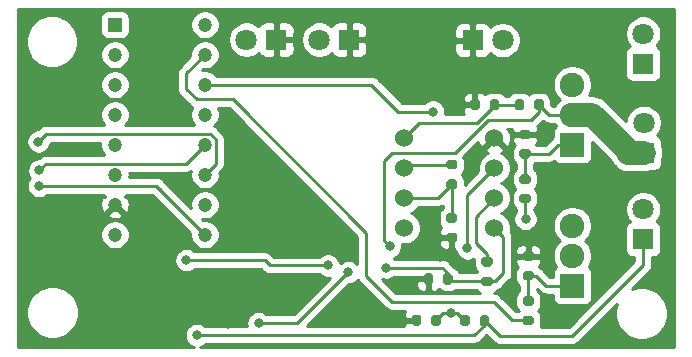
<source format=gbl>
%TF.GenerationSoftware,KiCad,Pcbnew,(5.1.10)-1*%
%TF.CreationDate,2021-11-25T10:26:18+01:00*%
%TF.ProjectId,POWER_BOARD,504f5745-525f-4424-9f41-52442e6b6963,V01*%
%TF.SameCoordinates,Original*%
%TF.FileFunction,Copper,L2,Bot*%
%TF.FilePolarity,Positive*%
%FSLAX46Y46*%
G04 Gerber Fmt 4.6, Leading zero omitted, Abs format (unit mm)*
G04 Created by KiCad (PCBNEW (5.1.10)-1) date 2021-11-25 10:26:18*
%MOMM*%
%LPD*%
G01*
G04 APERTURE LIST*
%TA.AperFunction,ComponentPad*%
%ADD10C,1.524000*%
%TD*%
%TA.AperFunction,ComponentPad*%
%ADD11R,1.200000X1.200000*%
%TD*%
%TA.AperFunction,ComponentPad*%
%ADD12C,1.200000*%
%TD*%
%TA.AperFunction,ComponentPad*%
%ADD13R,1.800000X1.800000*%
%TD*%
%TA.AperFunction,ComponentPad*%
%ADD14C,1.800000*%
%TD*%
%TA.AperFunction,ComponentPad*%
%ADD15C,2.070000*%
%TD*%
%TA.AperFunction,ComponentPad*%
%ADD16R,2.070000X2.070000*%
%TD*%
%TA.AperFunction,ViaPad*%
%ADD17C,0.800000*%
%TD*%
%TA.AperFunction,Conductor*%
%ADD18C,0.250000*%
%TD*%
%TA.AperFunction,Conductor*%
%ADD19C,2.000000*%
%TD*%
%TA.AperFunction,Conductor*%
%ADD20C,0.254000*%
%TD*%
%TA.AperFunction,Conductor*%
%ADD21C,0.100000*%
%TD*%
G04 APERTURE END LIST*
D10*
%TO.P,U3,1*%
%TO.N,BUZZ1*%
X136049000Y-99216400D03*
%TO.P,U3,2*%
%TO.N,Net-(R14-Pad1)*%
X136049000Y-96676400D03*
%TO.P,U3,3*%
%TO.N,AMP1*%
X136049000Y-94136400D03*
%TO.P,U3,4*%
%TO.N,GND*%
X136049000Y-91596400D03*
%TO.P,U3,5*%
%TO.N,AMP2*%
X128429000Y-91596400D03*
%TO.P,U3,6*%
%TO.N,Net-(R17-Pad1)*%
X128429000Y-94136400D03*
%TO.P,U3,7*%
%TO.N,BUZZ2*%
X128429000Y-96676400D03*
%TO.P,U3,8*%
%TO.N,VCC*%
X128429000Y-99216400D03*
%TD*%
%TO.P,R2,2*%
%TO.N,OPTO1*%
%TA.AperFunction,SMDPad,CuDef*%
G36*
G01*
X138644200Y-106638600D02*
X139194200Y-106638600D01*
G75*
G02*
X139394200Y-106838600I0J-200000D01*
G01*
X139394200Y-107238600D01*
G75*
G02*
X139194200Y-107438600I-200000J0D01*
G01*
X138644200Y-107438600D01*
G75*
G02*
X138444200Y-107238600I0J200000D01*
G01*
X138444200Y-106838600D01*
G75*
G02*
X138644200Y-106638600I200000J0D01*
G01*
G37*
%TD.AperFunction*%
%TO.P,R2,1*%
%TO.N,Net-(Q1-Pad1)*%
%TA.AperFunction,SMDPad,CuDef*%
G36*
G01*
X138644200Y-104988600D02*
X139194200Y-104988600D01*
G75*
G02*
X139394200Y-105188600I0J-200000D01*
G01*
X139394200Y-105588600D01*
G75*
G02*
X139194200Y-105788600I-200000J0D01*
G01*
X138644200Y-105788600D01*
G75*
G02*
X138444200Y-105588600I0J200000D01*
G01*
X138444200Y-105188600D01*
G75*
G02*
X138644200Y-104988600I200000J0D01*
G01*
G37*
%TD.AperFunction*%
%TD*%
%TO.P,R3,2*%
%TO.N,OPTO2*%
%TA.AperFunction,SMDPad,CuDef*%
G36*
G01*
X138364800Y-96326200D02*
X138914800Y-96326200D01*
G75*
G02*
X139114800Y-96526200I0J-200000D01*
G01*
X139114800Y-96926200D01*
G75*
G02*
X138914800Y-97126200I-200000J0D01*
G01*
X138364800Y-97126200D01*
G75*
G02*
X138164800Y-96926200I0J200000D01*
G01*
X138164800Y-96526200D01*
G75*
G02*
X138364800Y-96326200I200000J0D01*
G01*
G37*
%TD.AperFunction*%
%TO.P,R3,1*%
%TO.N,Net-(Q2-Pad1)*%
%TA.AperFunction,SMDPad,CuDef*%
G36*
G01*
X138364800Y-94676200D02*
X138914800Y-94676200D01*
G75*
G02*
X139114800Y-94876200I0J-200000D01*
G01*
X139114800Y-95276200D01*
G75*
G02*
X138914800Y-95476200I-200000J0D01*
G01*
X138364800Y-95476200D01*
G75*
G02*
X138164800Y-95276200I0J200000D01*
G01*
X138164800Y-94876200D01*
G75*
G02*
X138364800Y-94676200I200000J0D01*
G01*
G37*
%TD.AperFunction*%
%TD*%
%TO.P,R4,1*%
%TO.N,GND*%
%TA.AperFunction,SMDPad,CuDef*%
G36*
G01*
X138644200Y-101204000D02*
X139194200Y-101204000D01*
G75*
G02*
X139394200Y-101404000I0J-200000D01*
G01*
X139394200Y-101804000D01*
G75*
G02*
X139194200Y-102004000I-200000J0D01*
G01*
X138644200Y-102004000D01*
G75*
G02*
X138444200Y-101804000I0J200000D01*
G01*
X138444200Y-101404000D01*
G75*
G02*
X138644200Y-101204000I200000J0D01*
G01*
G37*
%TD.AperFunction*%
%TO.P,R4,2*%
%TO.N,Net-(Q1-Pad1)*%
%TA.AperFunction,SMDPad,CuDef*%
G36*
G01*
X138644200Y-102854000D02*
X139194200Y-102854000D01*
G75*
G02*
X139394200Y-103054000I0J-200000D01*
G01*
X139394200Y-103454000D01*
G75*
G02*
X139194200Y-103654000I-200000J0D01*
G01*
X138644200Y-103654000D01*
G75*
G02*
X138444200Y-103454000I0J200000D01*
G01*
X138444200Y-103054000D01*
G75*
G02*
X138644200Y-102854000I200000J0D01*
G01*
G37*
%TD.AperFunction*%
%TD*%
%TO.P,R5,1*%
%TO.N,GND*%
%TA.AperFunction,SMDPad,CuDef*%
G36*
G01*
X138364800Y-90891600D02*
X138914800Y-90891600D01*
G75*
G02*
X139114800Y-91091600I0J-200000D01*
G01*
X139114800Y-91491600D01*
G75*
G02*
X138914800Y-91691600I-200000J0D01*
G01*
X138364800Y-91691600D01*
G75*
G02*
X138164800Y-91491600I0J200000D01*
G01*
X138164800Y-91091600D01*
G75*
G02*
X138364800Y-90891600I200000J0D01*
G01*
G37*
%TD.AperFunction*%
%TO.P,R5,2*%
%TO.N,Net-(Q2-Pad1)*%
%TA.AperFunction,SMDPad,CuDef*%
G36*
G01*
X138364800Y-92541600D02*
X138914800Y-92541600D01*
G75*
G02*
X139114800Y-92741600I0J-200000D01*
G01*
X139114800Y-93141600D01*
G75*
G02*
X138914800Y-93341600I-200000J0D01*
G01*
X138364800Y-93341600D01*
G75*
G02*
X138164800Y-93141600I0J200000D01*
G01*
X138164800Y-92741600D01*
G75*
G02*
X138364800Y-92541600I200000J0D01*
G01*
G37*
%TD.AperFunction*%
%TD*%
%TO.P,R8,2*%
%TO.N,PYRO1*%
%TA.AperFunction,SMDPad,CuDef*%
G36*
G01*
X134809800Y-107340000D02*
X134809800Y-106790000D01*
G75*
G02*
X135009800Y-106590000I200000J0D01*
G01*
X135409800Y-106590000D01*
G75*
G02*
X135609800Y-106790000I0J-200000D01*
G01*
X135609800Y-107340000D01*
G75*
G02*
X135409800Y-107540000I-200000J0D01*
G01*
X135009800Y-107540000D01*
G75*
G02*
X134809800Y-107340000I0J200000D01*
G01*
G37*
%TD.AperFunction*%
%TO.P,R8,1*%
%TO.N,AMP1*%
%TA.AperFunction,SMDPad,CuDef*%
G36*
G01*
X133159800Y-107340000D02*
X133159800Y-106790000D01*
G75*
G02*
X133359800Y-106590000I200000J0D01*
G01*
X133759800Y-106590000D01*
G75*
G02*
X133959800Y-106790000I0J-200000D01*
G01*
X133959800Y-107340000D01*
G75*
G02*
X133759800Y-107540000I-200000J0D01*
G01*
X133359800Y-107540000D01*
G75*
G02*
X133159800Y-107340000I0J200000D01*
G01*
G37*
%TD.AperFunction*%
%TD*%
%TO.P,R9,1*%
%TO.N,GND*%
%TA.AperFunction,SMDPad,CuDef*%
G36*
G01*
X129052100Y-107310600D02*
X129052100Y-106760600D01*
G75*
G02*
X129252100Y-106560600I200000J0D01*
G01*
X129652100Y-106560600D01*
G75*
G02*
X129852100Y-106760600I0J-200000D01*
G01*
X129852100Y-107310600D01*
G75*
G02*
X129652100Y-107510600I-200000J0D01*
G01*
X129252100Y-107510600D01*
G75*
G02*
X129052100Y-107310600I0J200000D01*
G01*
G37*
%TD.AperFunction*%
%TO.P,R9,2*%
%TO.N,AMP1*%
%TA.AperFunction,SMDPad,CuDef*%
G36*
G01*
X130702100Y-107310600D02*
X130702100Y-106760600D01*
G75*
G02*
X130902100Y-106560600I200000J0D01*
G01*
X131302100Y-106560600D01*
G75*
G02*
X131502100Y-106760600I0J-200000D01*
G01*
X131502100Y-107310600D01*
G75*
G02*
X131302100Y-107510600I-200000J0D01*
G01*
X130902100Y-107510600D01*
G75*
G02*
X130702100Y-107310600I0J200000D01*
G01*
G37*
%TD.AperFunction*%
%TD*%
%TO.P,R10,2*%
%TO.N,PYRO2*%
%TA.AperFunction,SMDPad,CuDef*%
G36*
G01*
X139407200Y-89052000D02*
X139407200Y-88502000D01*
G75*
G02*
X139607200Y-88302000I200000J0D01*
G01*
X140007200Y-88302000D01*
G75*
G02*
X140207200Y-88502000I0J-200000D01*
G01*
X140207200Y-89052000D01*
G75*
G02*
X140007200Y-89252000I-200000J0D01*
G01*
X139607200Y-89252000D01*
G75*
G02*
X139407200Y-89052000I0J200000D01*
G01*
G37*
%TD.AperFunction*%
%TO.P,R10,1*%
%TO.N,AMP2*%
%TA.AperFunction,SMDPad,CuDef*%
G36*
G01*
X137757200Y-89052000D02*
X137757200Y-88502000D01*
G75*
G02*
X137957200Y-88302000I200000J0D01*
G01*
X138357200Y-88302000D01*
G75*
G02*
X138557200Y-88502000I0J-200000D01*
G01*
X138557200Y-89052000D01*
G75*
G02*
X138357200Y-89252000I-200000J0D01*
G01*
X137957200Y-89252000D01*
G75*
G02*
X137757200Y-89052000I0J200000D01*
G01*
G37*
%TD.AperFunction*%
%TD*%
%TO.P,R11,1*%
%TO.N,GND*%
%TA.AperFunction,SMDPad,CuDef*%
G36*
G01*
X133999000Y-89052000D02*
X133999000Y-88502000D01*
G75*
G02*
X134199000Y-88302000I200000J0D01*
G01*
X134599000Y-88302000D01*
G75*
G02*
X134799000Y-88502000I0J-200000D01*
G01*
X134799000Y-89052000D01*
G75*
G02*
X134599000Y-89252000I-200000J0D01*
G01*
X134199000Y-89252000D01*
G75*
G02*
X133999000Y-89052000I0J200000D01*
G01*
G37*
%TD.AperFunction*%
%TO.P,R11,2*%
%TO.N,AMP2*%
%TA.AperFunction,SMDPad,CuDef*%
G36*
G01*
X135649000Y-89052000D02*
X135649000Y-88502000D01*
G75*
G02*
X135849000Y-88302000I200000J0D01*
G01*
X136249000Y-88302000D01*
G75*
G02*
X136449000Y-88502000I0J-200000D01*
G01*
X136449000Y-89052000D01*
G75*
G02*
X136249000Y-89252000I-200000J0D01*
G01*
X135849000Y-89252000D01*
G75*
G02*
X135649000Y-89052000I0J200000D01*
G01*
G37*
%TD.AperFunction*%
%TD*%
%TO.P,R14,1*%
%TO.N,Net-(R14-Pad1)*%
%TA.AperFunction,SMDPad,CuDef*%
G36*
G01*
X135139000Y-101686600D02*
X135689000Y-101686600D01*
G75*
G02*
X135889000Y-101886600I0J-200000D01*
G01*
X135889000Y-102286600D01*
G75*
G02*
X135689000Y-102486600I-200000J0D01*
G01*
X135139000Y-102486600D01*
G75*
G02*
X134939000Y-102286600I0J200000D01*
G01*
X134939000Y-101886600D01*
G75*
G02*
X135139000Y-101686600I200000J0D01*
G01*
G37*
%TD.AperFunction*%
%TO.P,R14,2*%
%TO.N,BUZZ1*%
%TA.AperFunction,SMDPad,CuDef*%
G36*
G01*
X135139000Y-103336600D02*
X135689000Y-103336600D01*
G75*
G02*
X135889000Y-103536600I0J-200000D01*
G01*
X135889000Y-103936600D01*
G75*
G02*
X135689000Y-104136600I-200000J0D01*
G01*
X135139000Y-104136600D01*
G75*
G02*
X134939000Y-103936600I0J200000D01*
G01*
X134939000Y-103536600D01*
G75*
G02*
X135139000Y-103336600I200000J0D01*
G01*
G37*
%TD.AperFunction*%
%TD*%
%TO.P,R15,2*%
%TO.N,GND*%
%TA.AperFunction,SMDPad,CuDef*%
G36*
G01*
X130861000Y-103259400D02*
X130861000Y-103809400D01*
G75*
G02*
X130661000Y-104009400I-200000J0D01*
G01*
X130261000Y-104009400D01*
G75*
G02*
X130061000Y-103809400I0J200000D01*
G01*
X130061000Y-103259400D01*
G75*
G02*
X130261000Y-103059400I200000J0D01*
G01*
X130661000Y-103059400D01*
G75*
G02*
X130861000Y-103259400I0J-200000D01*
G01*
G37*
%TD.AperFunction*%
%TO.P,R15,1*%
%TO.N,BUZZ1*%
%TA.AperFunction,SMDPad,CuDef*%
G36*
G01*
X132511000Y-103259400D02*
X132511000Y-103809400D01*
G75*
G02*
X132311000Y-104009400I-200000J0D01*
G01*
X131911000Y-104009400D01*
G75*
G02*
X131711000Y-103809400I0J200000D01*
G01*
X131711000Y-103259400D01*
G75*
G02*
X131911000Y-103059400I200000J0D01*
G01*
X132311000Y-103059400D01*
G75*
G02*
X132511000Y-103259400I0J-200000D01*
G01*
G37*
%TD.AperFunction*%
%TD*%
%TO.P,R16,1*%
%TO.N,BUZZ2*%
%TA.AperFunction,SMDPad,CuDef*%
G36*
G01*
X132167200Y-97978200D02*
X132717200Y-97978200D01*
G75*
G02*
X132917200Y-98178200I0J-200000D01*
G01*
X132917200Y-98578200D01*
G75*
G02*
X132717200Y-98778200I-200000J0D01*
G01*
X132167200Y-98778200D01*
G75*
G02*
X131967200Y-98578200I0J200000D01*
G01*
X131967200Y-98178200D01*
G75*
G02*
X132167200Y-97978200I200000J0D01*
G01*
G37*
%TD.AperFunction*%
%TO.P,R16,2*%
%TO.N,GND*%
%TA.AperFunction,SMDPad,CuDef*%
G36*
G01*
X132167200Y-99628200D02*
X132717200Y-99628200D01*
G75*
G02*
X132917200Y-99828200I0J-200000D01*
G01*
X132917200Y-100228200D01*
G75*
G02*
X132717200Y-100428200I-200000J0D01*
G01*
X132167200Y-100428200D01*
G75*
G02*
X131967200Y-100228200I0J200000D01*
G01*
X131967200Y-99828200D01*
G75*
G02*
X132167200Y-99628200I200000J0D01*
G01*
G37*
%TD.AperFunction*%
%TD*%
%TO.P,R17,2*%
%TO.N,BUZZ2*%
%TA.AperFunction,SMDPad,CuDef*%
G36*
G01*
X132167200Y-95108000D02*
X132717200Y-95108000D01*
G75*
G02*
X132917200Y-95308000I0J-200000D01*
G01*
X132917200Y-95708000D01*
G75*
G02*
X132717200Y-95908000I-200000J0D01*
G01*
X132167200Y-95908000D01*
G75*
G02*
X131967200Y-95708000I0J200000D01*
G01*
X131967200Y-95308000D01*
G75*
G02*
X132167200Y-95108000I200000J0D01*
G01*
G37*
%TD.AperFunction*%
%TO.P,R17,1*%
%TO.N,Net-(R17-Pad1)*%
%TA.AperFunction,SMDPad,CuDef*%
G36*
G01*
X132167200Y-93458000D02*
X132717200Y-93458000D01*
G75*
G02*
X132917200Y-93658000I0J-200000D01*
G01*
X132917200Y-94058000D01*
G75*
G02*
X132717200Y-94258000I-200000J0D01*
G01*
X132167200Y-94258000D01*
G75*
G02*
X131967200Y-94058000I0J200000D01*
G01*
X131967200Y-93658000D01*
G75*
G02*
X132167200Y-93458000I200000J0D01*
G01*
G37*
%TD.AperFunction*%
%TD*%
D11*
%TO.P,IC1,1*%
%TO.N,PYRO1IN*%
X103918000Y-81995200D03*
D12*
%TO.P,IC1,2*%
%TO.N,GNDIN*%
X103918000Y-84535200D03*
%TO.P,IC1,3*%
X103918000Y-87075200D03*
%TO.P,IC1,4*%
%TO.N,PYRO2IN*%
X103918000Y-89615200D03*
%TO.P,IC1,5*%
%TO.N,BUZZ1*%
X103918000Y-92155200D03*
%TO.P,IC1,6*%
%TO.N,GND*%
X103918000Y-94695200D03*
%TO.P,IC1,7*%
X103918000Y-97235200D03*
%TO.P,IC1,8*%
%TO.N,BUZZ2*%
X103918000Y-99775200D03*
%TO.P,IC1,9*%
%TO.N,PDECT1IN*%
X111538000Y-99775200D03*
%TO.P,IC1,10*%
%TO.N,3V3IN*%
X111538000Y-97235200D03*
%TO.P,IC1,11*%
X111538000Y-94695200D03*
%TO.P,IC1,12*%
%TO.N,PDECT2IN*%
X111538000Y-92155200D03*
%TO.P,IC1,13*%
%TO.N,VCC*%
X111538000Y-89615200D03*
%TO.P,IC1,14*%
%TO.N,OPTO2*%
X111538000Y-87075200D03*
%TO.P,IC1,15*%
%TO.N,OPTO1*%
X111538000Y-84535200D03*
%TO.P,IC1,16*%
%TO.N,VCC*%
X111538000Y-81995200D03*
%TD*%
D13*
%TO.P,J2,1*%
%TO.N,PYROTERMIN*%
X148647400Y-85297200D03*
D14*
%TO.P,J2,2*%
%TO.N,VCC*%
X148647400Y-82757200D03*
%TD*%
%TO.P,J3,2*%
%TO.N,PYROTERMIN*%
X148647400Y-97616200D03*
D13*
%TO.P,J3,1*%
%TO.N,PYRO1*%
X148647400Y-100156200D03*
%TD*%
%TO.P,J4,1*%
%TO.N,PYRO2*%
X148698200Y-92841000D03*
D14*
%TO.P,J4,2*%
%TO.N,PYROTERMIN*%
X148698200Y-90301000D03*
%TD*%
%TO.P,J5,2*%
%TO.N,VINSERVO2*%
X121215400Y-83265200D03*
D13*
%TO.P,J5,1*%
%TO.N,GND*%
X123755400Y-83265200D03*
%TD*%
%TO.P,J6,1*%
%TO.N,GND*%
X117583200Y-83265200D03*
D14*
%TO.P,J6,2*%
%TO.N,VINSERVO2*%
X115043200Y-83265200D03*
%TD*%
%TO.P,J7,2*%
%TO.N,VCC*%
X136734800Y-83316000D03*
D13*
%TO.P,J7,1*%
%TO.N,GND*%
X134194800Y-83316000D03*
%TD*%
D15*
%TO.P,Q1,3*%
%TO.N,FUSE1*%
X142653000Y-99013200D03*
%TO.P,Q1,2*%
%TO.N,PYRO1*%
X142653000Y-101553200D03*
D16*
%TO.P,Q1,1*%
%TO.N,Net-(Q1-Pad1)*%
X142653000Y-104093200D03*
%TD*%
%TO.P,Q2,1*%
%TO.N,Net-(Q2-Pad1)*%
X142653000Y-92155200D03*
D15*
%TO.P,Q2,2*%
%TO.N,PYRO2*%
X142653000Y-89615200D03*
%TO.P,Q2,3*%
%TO.N,FUSE2*%
X142653000Y-87075200D03*
%TD*%
D17*
%TO.N,GND*%
X106610400Y-103839200D03*
X106661200Y-108157200D03*
X131423660Y-101703060D03*
X128683000Y-104093200D03*
X127692400Y-106988800D03*
X120961400Y-101172200D03*
X113506500Y-107313920D03*
%TO.N,BUZZ1*%
X126879600Y-102569200D03*
%TO.N,BUZZ2*%
X116084600Y-107268200D03*
X123679200Y-102950200D03*
%TO.N,OPTO2*%
X138690600Y-98454400D03*
X130842000Y-89361200D03*
%TO.N,PYRO1*%
X110852200Y-108284200D03*
%TO.N,PYRO2*%
X127184400Y-100765800D03*
X121952000Y-102391400D03*
X109963200Y-101934200D03*
%TO.N,AMP1*%
X133763000Y-100943600D03*
X132340600Y-106404600D03*
%TO.N,PDECT1IN*%
X97496880Y-95645160D03*
%TO.N,3V3IN*%
X97433380Y-91893580D03*
%TO.N,PDECT2IN*%
X97512120Y-94339600D03*
%TD*%
D18*
%TO.N,BUZZ1*%
X132313200Y-103736600D02*
X132111000Y-103534400D01*
X135414000Y-103736600D02*
X132313200Y-103736600D01*
X135414000Y-103736600D02*
X136126200Y-103736600D01*
X136810999Y-99978399D02*
X136049000Y-99216400D01*
X136810999Y-103051801D02*
X136810999Y-99978399D01*
X136126200Y-103736600D02*
X136810999Y-103051801D01*
X132111000Y-103534400D02*
X132111000Y-103050800D01*
X132111000Y-103050800D02*
X131629400Y-102569200D01*
X131629400Y-102569200D02*
X126879600Y-102569200D01*
X126879600Y-102569200D02*
X126879600Y-102569200D01*
%TO.N,BUZZ2*%
X132442200Y-98378200D02*
X132442200Y-95508000D01*
X131273800Y-96676400D02*
X132442200Y-95508000D01*
X128429000Y-96676400D02*
X131273800Y-96676400D01*
X116084600Y-107268200D02*
X119361200Y-107268200D01*
X119361200Y-107268200D02*
X123679200Y-102950200D01*
X123679200Y-102950200D02*
X123679200Y-102950200D01*
%TO.N,OPTO2*%
X138690600Y-96777000D02*
X138639800Y-96726200D01*
X138639800Y-98403600D02*
X138690600Y-98454400D01*
X138639800Y-96726200D02*
X138639800Y-98403600D01*
X111538000Y-87075200D02*
X125635000Y-87075200D01*
X127921000Y-89361200D02*
X130842000Y-89361200D01*
X125635000Y-87075200D02*
X127921000Y-89361200D01*
%TO.N,OPTO1*%
X111538000Y-84535200D02*
X109963200Y-86110000D01*
X109963200Y-86110000D02*
X109963200Y-87456200D01*
X109963200Y-87456200D02*
X110826800Y-88319800D01*
X110826800Y-88319800D02*
X113874800Y-88319800D01*
X113874800Y-88319800D02*
X125203200Y-99648200D01*
X125203200Y-99648200D02*
X125203200Y-103280400D01*
X125203200Y-103280400D02*
X127387600Y-105464800D01*
X127387600Y-105464800D02*
X135998200Y-105464800D01*
X137572000Y-107038600D02*
X138919200Y-107038600D01*
X135998200Y-105464800D02*
X137572000Y-107038600D01*
%TO.N,PYRO1*%
X148647400Y-100156200D02*
X148647400Y-102340600D01*
X148647400Y-102340600D02*
X142653000Y-108335000D01*
X136479800Y-108335000D02*
X135209800Y-107065000D01*
X142653000Y-108335000D02*
X136479800Y-108335000D01*
X135209800Y-107065000D02*
X135209800Y-107396200D01*
X135209800Y-107396200D02*
X134321800Y-108284200D01*
X134321800Y-108284200D02*
X110852200Y-108284200D01*
X110852200Y-108284200D02*
X110674400Y-108284200D01*
%TO.N,PYRO2*%
X139807200Y-88777000D02*
X139807200Y-89260600D01*
D19*
X148698200Y-92841000D02*
X147377400Y-92841000D01*
X144343002Y-89615200D02*
X142653000Y-89615200D01*
X147377400Y-92649598D02*
X144343002Y-89615200D01*
X147377400Y-92841000D02*
X147377400Y-92649598D01*
D18*
X140645400Y-89615200D02*
X139807200Y-88777000D01*
X142653000Y-89615200D02*
X140645400Y-89615200D01*
X121952000Y-102391400D02*
X117049800Y-102391400D01*
X117049800Y-102391400D02*
X116592600Y-101934200D01*
X116592600Y-101934200D02*
X109963200Y-101934200D01*
X109963200Y-101934200D02*
X109963200Y-101934200D01*
X139807200Y-89413000D02*
X139807200Y-88777000D01*
X139147800Y-90072400D02*
X139807200Y-89413000D01*
X132723010Y-92841000D02*
X135491610Y-90072400D01*
X127413000Y-92841000D02*
X132723010Y-92841000D01*
X126701800Y-93552200D02*
X127413000Y-92841000D01*
X126701800Y-100283200D02*
X126701800Y-93552200D01*
X135491610Y-90072400D02*
X139147800Y-90072400D01*
X127184400Y-100765800D02*
X126701800Y-100283200D01*
%TO.N,Net-(Q1-Pad1)*%
X138919200Y-103254000D02*
X138919200Y-105388600D01*
X138919200Y-103254000D02*
X139604000Y-103254000D01*
X140443200Y-104093200D02*
X142653000Y-104093200D01*
X139604000Y-103254000D02*
X140443200Y-104093200D01*
%TO.N,Net-(Q2-Pad1)*%
X142653000Y-92155200D02*
X141433800Y-92155200D01*
X140647400Y-92941600D02*
X138639800Y-92941600D01*
X141433800Y-92155200D02*
X140647400Y-92941600D01*
X138639800Y-92941600D02*
X138639800Y-95076200D01*
%TO.N,AMP1*%
X136049000Y-94136400D02*
X133763000Y-96422400D01*
X133763000Y-96422400D02*
X133763000Y-100943600D01*
X133763000Y-100943600D02*
X133763000Y-100943600D01*
X132899400Y-106404600D02*
X133559800Y-107065000D01*
X132340600Y-106404600D02*
X132899400Y-106404600D01*
X131733100Y-106404600D02*
X131102100Y-107035600D01*
X132340600Y-106404600D02*
X131733100Y-106404600D01*
%TO.N,AMP2*%
X136049000Y-88777000D02*
X138157200Y-88777000D01*
X136049000Y-88777000D02*
X136049000Y-88878600D01*
X136049000Y-88878600D02*
X134575800Y-90351800D01*
X129673600Y-90351800D02*
X128429000Y-91596400D01*
X134575800Y-90351800D02*
X129673600Y-90351800D01*
%TO.N,Net-(R14-Pad1)*%
X135414000Y-102086600D02*
X135414000Y-101426200D01*
X135414000Y-101426200D02*
X134474200Y-100486400D01*
X134474200Y-98251200D02*
X136049000Y-96676400D01*
X134474200Y-100486400D02*
X134474200Y-98251200D01*
%TO.N,Net-(R17-Pad1)*%
X128707400Y-93858000D02*
X128429000Y-94136400D01*
X132442200Y-93858000D02*
X128707400Y-93858000D01*
%TO.N,PDECT1IN*%
X107407960Y-95645160D02*
X108091220Y-96328420D01*
X97496880Y-95645160D02*
X107407960Y-95645160D01*
X108091220Y-96328420D02*
X107702600Y-95939800D01*
X111538000Y-99775200D02*
X108091220Y-96328420D01*
%TO.N,3V3IN*%
X112463001Y-93770199D02*
X111538000Y-94695200D01*
X112463001Y-91711199D02*
X112463001Y-93770199D01*
X98096761Y-91230199D02*
X111982001Y-91230199D01*
X111982001Y-91230199D02*
X112463001Y-91711199D01*
X97433380Y-91893580D02*
X98096761Y-91230199D01*
%TO.N,PDECT2IN*%
X109923001Y-93770199D02*
X111538000Y-92155200D01*
X98081521Y-93770199D02*
X109923001Y-93770199D01*
X97512120Y-94339600D02*
X98081521Y-93770199D01*
%TD*%
D20*
%TO.N,GND*%
X151290001Y-109290000D02*
X111100938Y-109290000D01*
X111154098Y-109279426D01*
X111342456Y-109201405D01*
X111511974Y-109088137D01*
X111555911Y-109044200D01*
X134284478Y-109044200D01*
X134321800Y-109047876D01*
X134359122Y-109044200D01*
X134359133Y-109044200D01*
X134470786Y-109033203D01*
X134614047Y-108989746D01*
X134746076Y-108919174D01*
X134861801Y-108824201D01*
X134885603Y-108795198D01*
X135375400Y-108305402D01*
X135916001Y-108846003D01*
X135939799Y-108875001D01*
X136055524Y-108969974D01*
X136187553Y-109040546D01*
X136330814Y-109084003D01*
X136442467Y-109095000D01*
X136442476Y-109095000D01*
X136479799Y-109098676D01*
X136517122Y-109095000D01*
X142615678Y-109095000D01*
X142653000Y-109098676D01*
X142690322Y-109095000D01*
X142690333Y-109095000D01*
X142801986Y-109084003D01*
X142945247Y-109040546D01*
X143077276Y-108969974D01*
X143193001Y-108875001D01*
X143216804Y-108845997D01*
X146450460Y-105612341D01*
X146371290Y-105803475D01*
X146285400Y-106235272D01*
X146285400Y-106675528D01*
X146371290Y-107107325D01*
X146539769Y-107514069D01*
X146784362Y-107880129D01*
X147095671Y-108191438D01*
X147461731Y-108436031D01*
X147868475Y-108604510D01*
X148300272Y-108690400D01*
X148740528Y-108690400D01*
X149172325Y-108604510D01*
X149579069Y-108436031D01*
X149945129Y-108191438D01*
X150256438Y-107880129D01*
X150501031Y-107514069D01*
X150669510Y-107107325D01*
X150755400Y-106675528D01*
X150755400Y-106235272D01*
X150669510Y-105803475D01*
X150501031Y-105396731D01*
X150256438Y-105030671D01*
X149945129Y-104719362D01*
X149579069Y-104474769D01*
X149172325Y-104306290D01*
X148740528Y-104220400D01*
X148300272Y-104220400D01*
X147868475Y-104306290D01*
X147677342Y-104385460D01*
X149158403Y-102904399D01*
X149187401Y-102880601D01*
X149282374Y-102764876D01*
X149352946Y-102632847D01*
X149396403Y-102489586D01*
X149407400Y-102377933D01*
X149407400Y-102377925D01*
X149411076Y-102340600D01*
X149407400Y-102303275D01*
X149407400Y-101694272D01*
X149547400Y-101694272D01*
X149671882Y-101682012D01*
X149791580Y-101645702D01*
X149901894Y-101586737D01*
X149998585Y-101507385D01*
X150077937Y-101410694D01*
X150136902Y-101300380D01*
X150173212Y-101180682D01*
X150185472Y-101056200D01*
X150185472Y-99256200D01*
X150173212Y-99131718D01*
X150136902Y-99012020D01*
X150077937Y-98901706D01*
X149998585Y-98805015D01*
X149901894Y-98725663D01*
X149791580Y-98666698D01*
X149773273Y-98661144D01*
X149839712Y-98594705D01*
X150007699Y-98343295D01*
X150123411Y-98063943D01*
X150182400Y-97767384D01*
X150182400Y-97465016D01*
X150123411Y-97168457D01*
X150007699Y-96889105D01*
X149839712Y-96637695D01*
X149625905Y-96423888D01*
X149374495Y-96255901D01*
X149095143Y-96140189D01*
X148798584Y-96081200D01*
X148496216Y-96081200D01*
X148199657Y-96140189D01*
X147920305Y-96255901D01*
X147668895Y-96423888D01*
X147455088Y-96637695D01*
X147287101Y-96889105D01*
X147171389Y-97168457D01*
X147112400Y-97465016D01*
X147112400Y-97767384D01*
X147171389Y-98063943D01*
X147287101Y-98343295D01*
X147455088Y-98594705D01*
X147521527Y-98661144D01*
X147503220Y-98666698D01*
X147392906Y-98725663D01*
X147296215Y-98805015D01*
X147216863Y-98901706D01*
X147157898Y-99012020D01*
X147121588Y-99131718D01*
X147109328Y-99256200D01*
X147109328Y-101056200D01*
X147121588Y-101180682D01*
X147157898Y-101300380D01*
X147216863Y-101410694D01*
X147296215Y-101507385D01*
X147392906Y-101586737D01*
X147503220Y-101645702D01*
X147622918Y-101682012D01*
X147747400Y-101694272D01*
X147887401Y-101694272D01*
X147887401Y-102025797D01*
X142338199Y-107575000D01*
X139960095Y-107575000D01*
X139968478Y-107559316D01*
X140016169Y-107402100D01*
X140032272Y-107238600D01*
X140032272Y-106838600D01*
X140016169Y-106675100D01*
X139968478Y-106517884D01*
X139891031Y-106372992D01*
X139786806Y-106245994D01*
X139747334Y-106213600D01*
X139786806Y-106181206D01*
X139891031Y-106054208D01*
X139968478Y-105909316D01*
X140016169Y-105752100D01*
X140032272Y-105588600D01*
X140032272Y-105188600D01*
X140016169Y-105025100D01*
X139968478Y-104867884D01*
X139891031Y-104722992D01*
X139786806Y-104595994D01*
X139679200Y-104507684D01*
X139679200Y-104404002D01*
X139879401Y-104604203D01*
X139903199Y-104633201D01*
X139932197Y-104656999D01*
X140018923Y-104728174D01*
X140105914Y-104774672D01*
X140150953Y-104798746D01*
X140294214Y-104842203D01*
X140405867Y-104853200D01*
X140405877Y-104853200D01*
X140443199Y-104856876D01*
X140480522Y-104853200D01*
X140979928Y-104853200D01*
X140979928Y-105128200D01*
X140992188Y-105252682D01*
X141028498Y-105372380D01*
X141087463Y-105482694D01*
X141166815Y-105579385D01*
X141263506Y-105658737D01*
X141373820Y-105717702D01*
X141493518Y-105754012D01*
X141618000Y-105766272D01*
X143688000Y-105766272D01*
X143812482Y-105754012D01*
X143932180Y-105717702D01*
X144042494Y-105658737D01*
X144139185Y-105579385D01*
X144218537Y-105482694D01*
X144277502Y-105372380D01*
X144313812Y-105252682D01*
X144326072Y-105128200D01*
X144326072Y-103058200D01*
X144313812Y-102933718D01*
X144277502Y-102814020D01*
X144218537Y-102703706D01*
X144139185Y-102607015D01*
X144042494Y-102527663D01*
X144018828Y-102515013D01*
X144132934Y-102344241D01*
X144258822Y-102040321D01*
X144323000Y-101717681D01*
X144323000Y-101388719D01*
X144258822Y-101066079D01*
X144132934Y-100762159D01*
X143950173Y-100488637D01*
X143744736Y-100283200D01*
X143950173Y-100077763D01*
X144132934Y-99804241D01*
X144258822Y-99500321D01*
X144323000Y-99177681D01*
X144323000Y-98848719D01*
X144258822Y-98526079D01*
X144132934Y-98222159D01*
X143950173Y-97948637D01*
X143717563Y-97716027D01*
X143444041Y-97533266D01*
X143140121Y-97407378D01*
X142817481Y-97343200D01*
X142488519Y-97343200D01*
X142165879Y-97407378D01*
X141861959Y-97533266D01*
X141588437Y-97716027D01*
X141355827Y-97948637D01*
X141173066Y-98222159D01*
X141047178Y-98526079D01*
X140983000Y-98848719D01*
X140983000Y-99177681D01*
X141047178Y-99500321D01*
X141173066Y-99804241D01*
X141355827Y-100077763D01*
X141561264Y-100283200D01*
X141355827Y-100488637D01*
X141173066Y-100762159D01*
X141047178Y-101066079D01*
X140983000Y-101388719D01*
X140983000Y-101717681D01*
X141047178Y-102040321D01*
X141173066Y-102344241D01*
X141287172Y-102515013D01*
X141263506Y-102527663D01*
X141166815Y-102607015D01*
X141087463Y-102703706D01*
X141028498Y-102814020D01*
X140992188Y-102933718D01*
X140979928Y-103058200D01*
X140979928Y-103333200D01*
X140758002Y-103333200D01*
X140167803Y-102743002D01*
X140144001Y-102713999D01*
X140028276Y-102619026D01*
X139896247Y-102548454D01*
X139845661Y-102533109D01*
X139807337Y-102486410D01*
X139845385Y-102455185D01*
X139924737Y-102358494D01*
X139983702Y-102248180D01*
X140020012Y-102128482D01*
X140032272Y-102004000D01*
X140029200Y-101889750D01*
X139870450Y-101731000D01*
X139046200Y-101731000D01*
X139046200Y-101751000D01*
X138792200Y-101751000D01*
X138792200Y-101731000D01*
X137967950Y-101731000D01*
X137809200Y-101889750D01*
X137806128Y-102004000D01*
X137818388Y-102128482D01*
X137854698Y-102248180D01*
X137913663Y-102358494D01*
X137993015Y-102455185D01*
X138031063Y-102486410D01*
X137947369Y-102588392D01*
X137869922Y-102733284D01*
X137822231Y-102890500D01*
X137806128Y-103054000D01*
X137806128Y-103454000D01*
X137822231Y-103617500D01*
X137869922Y-103774716D01*
X137947369Y-103919608D01*
X138051594Y-104046606D01*
X138159200Y-104134917D01*
X138159201Y-104507683D01*
X138051594Y-104595994D01*
X137947369Y-104722992D01*
X137869922Y-104867884D01*
X137822231Y-105025100D01*
X137806128Y-105188600D01*
X137806128Y-105588600D01*
X137822231Y-105752100D01*
X137869922Y-105909316D01*
X137947369Y-106054208D01*
X138051594Y-106181206D01*
X138091066Y-106213600D01*
X138051594Y-106245994D01*
X138024835Y-106278600D01*
X137886802Y-106278600D01*
X136562004Y-104953803D01*
X136538201Y-104924799D01*
X136422476Y-104829826D01*
X136290447Y-104759254D01*
X136147186Y-104715797D01*
X136035533Y-104704800D01*
X136035522Y-104704800D01*
X136023333Y-104703599D01*
X136154608Y-104633431D01*
X136281606Y-104529206D01*
X136331379Y-104468557D01*
X136418447Y-104442146D01*
X136550476Y-104371574D01*
X136666201Y-104276601D01*
X136690003Y-104247598D01*
X137322003Y-103615599D01*
X137351000Y-103591802D01*
X137434382Y-103490201D01*
X137445973Y-103476078D01*
X137516545Y-103344048D01*
X137545483Y-103248650D01*
X137560002Y-103200787D01*
X137570999Y-103089134D01*
X137570999Y-103089125D01*
X137574675Y-103051802D01*
X137570999Y-103014479D01*
X137570999Y-101204000D01*
X137806128Y-101204000D01*
X137809200Y-101318250D01*
X137967950Y-101477000D01*
X138792200Y-101477000D01*
X138792200Y-100727750D01*
X139046200Y-100727750D01*
X139046200Y-101477000D01*
X139870450Y-101477000D01*
X140029200Y-101318250D01*
X140032272Y-101204000D01*
X140020012Y-101079518D01*
X139983702Y-100959820D01*
X139924737Y-100849506D01*
X139845385Y-100752815D01*
X139748694Y-100673463D01*
X139638380Y-100614498D01*
X139518682Y-100578188D01*
X139394200Y-100565928D01*
X139204950Y-100569000D01*
X139046200Y-100727750D01*
X138792200Y-100727750D01*
X138633450Y-100569000D01*
X138444200Y-100565928D01*
X138319718Y-100578188D01*
X138200020Y-100614498D01*
X138089706Y-100673463D01*
X137993015Y-100752815D01*
X137913663Y-100849506D01*
X137854698Y-100959820D01*
X137818388Y-101079518D01*
X137806128Y-101204000D01*
X137570999Y-101204000D01*
X137570999Y-100015721D01*
X137574675Y-99978398D01*
X137570999Y-99941075D01*
X137570999Y-99941066D01*
X137560002Y-99829413D01*
X137516545Y-99686152D01*
X137445973Y-99554123D01*
X137413952Y-99515106D01*
X137446000Y-99353992D01*
X137446000Y-99078808D01*
X137392314Y-98808910D01*
X137287005Y-98554673D01*
X137134120Y-98325865D01*
X136939535Y-98131280D01*
X136710727Y-97978395D01*
X136633485Y-97946400D01*
X136710727Y-97914405D01*
X136939535Y-97761520D01*
X137134120Y-97566935D01*
X137287005Y-97338127D01*
X137392314Y-97083890D01*
X137446000Y-96813992D01*
X137446000Y-96538808D01*
X137392314Y-96268910D01*
X137287005Y-96014673D01*
X137134120Y-95785865D01*
X136939535Y-95591280D01*
X136710727Y-95438395D01*
X136633485Y-95406400D01*
X136710727Y-95374405D01*
X136939535Y-95221520D01*
X137134120Y-95026935D01*
X137287005Y-94798127D01*
X137392314Y-94543890D01*
X137446000Y-94273992D01*
X137446000Y-93998808D01*
X137392314Y-93728910D01*
X137287005Y-93474673D01*
X137134120Y-93245865D01*
X136939535Y-93051280D01*
X136710727Y-92898395D01*
X136639057Y-92868708D01*
X136652023Y-92864036D01*
X136767980Y-92802056D01*
X136834960Y-92561965D01*
X136049000Y-91776005D01*
X135263040Y-92561965D01*
X135330020Y-92802056D01*
X135465760Y-92865885D01*
X135387273Y-92898395D01*
X135158465Y-93051280D01*
X134963880Y-93245865D01*
X134810995Y-93474673D01*
X134705686Y-93728910D01*
X134652000Y-93998808D01*
X134652000Y-94273992D01*
X134682628Y-94427970D01*
X133555272Y-95555327D01*
X133555272Y-95308000D01*
X133539169Y-95144500D01*
X133491478Y-94987284D01*
X133414031Y-94842392D01*
X133309806Y-94715394D01*
X133270334Y-94683000D01*
X133309806Y-94650606D01*
X133414031Y-94523608D01*
X133491478Y-94378716D01*
X133539169Y-94221500D01*
X133555272Y-94058000D01*
X133555272Y-93658000D01*
X133539169Y-93494500D01*
X133491478Y-93337284D01*
X133425313Y-93213498D01*
X134690780Y-91948032D01*
X134781364Y-92199423D01*
X134843344Y-92315380D01*
X135083435Y-92382360D01*
X135869395Y-91596400D01*
X135855253Y-91582258D01*
X136034858Y-91402653D01*
X136049000Y-91416795D01*
X136063143Y-91402653D01*
X136242748Y-91582258D01*
X136228605Y-91596400D01*
X137014565Y-92382360D01*
X137254656Y-92315380D01*
X137371756Y-92066352D01*
X137438023Y-91799265D01*
X137450910Y-91524383D01*
X137409922Y-91252267D01*
X137316636Y-90993377D01*
X137254656Y-90877420D01*
X137093281Y-90832400D01*
X137532558Y-90832400D01*
X137526728Y-90891600D01*
X137529800Y-91005850D01*
X137688550Y-91164600D01*
X138512800Y-91164600D01*
X138512800Y-91144600D01*
X138766800Y-91144600D01*
X138766800Y-91164600D01*
X139591050Y-91164600D01*
X139749800Y-91005850D01*
X139752872Y-90891600D01*
X139740612Y-90767118D01*
X139704302Y-90647420D01*
X139686260Y-90613666D01*
X139687801Y-90612401D01*
X139711603Y-90583398D01*
X140124294Y-90170708D01*
X140221124Y-90250174D01*
X140353153Y-90320746D01*
X140496414Y-90364203D01*
X140608067Y-90375200D01*
X140608077Y-90375200D01*
X140645400Y-90378876D01*
X140682723Y-90375200D01*
X141160208Y-90375200D01*
X141173066Y-90406241D01*
X141287172Y-90577013D01*
X141263506Y-90589663D01*
X141166815Y-90669015D01*
X141087463Y-90765706D01*
X141028498Y-90876020D01*
X140992188Y-90995718D01*
X140979928Y-91120200D01*
X140979928Y-91544515D01*
X140893799Y-91615199D01*
X140870001Y-91644198D01*
X140332599Y-92181600D01*
X139534165Y-92181600D01*
X139527937Y-92174010D01*
X139565985Y-92142785D01*
X139645337Y-92046094D01*
X139704302Y-91935780D01*
X139740612Y-91816082D01*
X139752872Y-91691600D01*
X139749800Y-91577350D01*
X139591050Y-91418600D01*
X138766800Y-91418600D01*
X138766800Y-91438600D01*
X138512800Y-91438600D01*
X138512800Y-91418600D01*
X137688550Y-91418600D01*
X137529800Y-91577350D01*
X137526728Y-91691600D01*
X137538988Y-91816082D01*
X137575298Y-91935780D01*
X137634263Y-92046094D01*
X137713615Y-92142785D01*
X137751663Y-92174010D01*
X137667969Y-92275992D01*
X137590522Y-92420884D01*
X137542831Y-92578100D01*
X137526728Y-92741600D01*
X137526728Y-93141600D01*
X137542831Y-93305100D01*
X137590522Y-93462316D01*
X137667969Y-93607208D01*
X137772194Y-93734206D01*
X137879800Y-93822517D01*
X137879801Y-94195283D01*
X137772194Y-94283594D01*
X137667969Y-94410592D01*
X137590522Y-94555484D01*
X137542831Y-94712700D01*
X137526728Y-94876200D01*
X137526728Y-95276200D01*
X137542831Y-95439700D01*
X137590522Y-95596916D01*
X137667969Y-95741808D01*
X137772194Y-95868806D01*
X137811666Y-95901200D01*
X137772194Y-95933594D01*
X137667969Y-96060592D01*
X137590522Y-96205484D01*
X137542831Y-96362700D01*
X137526728Y-96526200D01*
X137526728Y-96926200D01*
X137542831Y-97089700D01*
X137590522Y-97246916D01*
X137667969Y-97391808D01*
X137772194Y-97518806D01*
X137879801Y-97607117D01*
X137879801Y-97804896D01*
X137773395Y-97964144D01*
X137695374Y-98152502D01*
X137655600Y-98352461D01*
X137655600Y-98556339D01*
X137695374Y-98756298D01*
X137773395Y-98944656D01*
X137886663Y-99114174D01*
X138030826Y-99258337D01*
X138200344Y-99371605D01*
X138388702Y-99449626D01*
X138588661Y-99489400D01*
X138792539Y-99489400D01*
X138992498Y-99449626D01*
X139180856Y-99371605D01*
X139350374Y-99258337D01*
X139494537Y-99114174D01*
X139607805Y-98944656D01*
X139685826Y-98756298D01*
X139725600Y-98556339D01*
X139725600Y-98352461D01*
X139685826Y-98152502D01*
X139607805Y-97964144D01*
X139494537Y-97794626D01*
X139399800Y-97699889D01*
X139399800Y-97607116D01*
X139507406Y-97518806D01*
X139611631Y-97391808D01*
X139689078Y-97246916D01*
X139736769Y-97089700D01*
X139752872Y-96926200D01*
X139752872Y-96526200D01*
X139736769Y-96362700D01*
X139689078Y-96205484D01*
X139611631Y-96060592D01*
X139507406Y-95933594D01*
X139467934Y-95901200D01*
X139507406Y-95868806D01*
X139611631Y-95741808D01*
X139689078Y-95596916D01*
X139736769Y-95439700D01*
X139752872Y-95276200D01*
X139752872Y-94876200D01*
X139736769Y-94712700D01*
X139689078Y-94555484D01*
X139611631Y-94410592D01*
X139507406Y-94283594D01*
X139399800Y-94195284D01*
X139399800Y-93822516D01*
X139507406Y-93734206D01*
X139534165Y-93701600D01*
X140610078Y-93701600D01*
X140647400Y-93705276D01*
X140684722Y-93701600D01*
X140684733Y-93701600D01*
X140796386Y-93690603D01*
X140939647Y-93647146D01*
X141071676Y-93576574D01*
X141096743Y-93556002D01*
X141166815Y-93641385D01*
X141263506Y-93720737D01*
X141373820Y-93779702D01*
X141493518Y-93816012D01*
X141618000Y-93828272D01*
X143688000Y-93828272D01*
X143812482Y-93816012D01*
X143932180Y-93779702D01*
X144042494Y-93720737D01*
X144139185Y-93641385D01*
X144218537Y-93544694D01*
X144277502Y-93434380D01*
X144313812Y-93314682D01*
X144326072Y-93190200D01*
X144326072Y-91910508D01*
X145848344Y-93432781D01*
X145859548Y-93469715D01*
X146011369Y-93753752D01*
X146212480Y-93998808D01*
X146215686Y-94002714D01*
X146464648Y-94207031D01*
X146748685Y-94358852D01*
X147056884Y-94452343D01*
X147377400Y-94483911D01*
X147457722Y-94476000D01*
X148778522Y-94476000D01*
X149018716Y-94452343D01*
X149260258Y-94379072D01*
X149598200Y-94379072D01*
X149722682Y-94366812D01*
X149842380Y-94330502D01*
X149952694Y-94271537D01*
X150049385Y-94192185D01*
X150128737Y-94095494D01*
X150187702Y-93985180D01*
X150224012Y-93865482D01*
X150236272Y-93741000D01*
X150236272Y-93403058D01*
X150309543Y-93161516D01*
X150341111Y-92841000D01*
X150309543Y-92520484D01*
X150236272Y-92278942D01*
X150236272Y-91941000D01*
X150224012Y-91816518D01*
X150187702Y-91696820D01*
X150128737Y-91586506D01*
X150049385Y-91489815D01*
X149952694Y-91410463D01*
X149842380Y-91351498D01*
X149824073Y-91345944D01*
X149890512Y-91279505D01*
X150058499Y-91028095D01*
X150174211Y-90748743D01*
X150233200Y-90452184D01*
X150233200Y-90149816D01*
X150174211Y-89853257D01*
X150058499Y-89573905D01*
X149890512Y-89322495D01*
X149676705Y-89108688D01*
X149425295Y-88940701D01*
X149145943Y-88824989D01*
X148849384Y-88766000D01*
X148547016Y-88766000D01*
X148250457Y-88824989D01*
X147971105Y-88940701D01*
X147719695Y-89108688D01*
X147505888Y-89322495D01*
X147337901Y-89573905D01*
X147222189Y-89853257D01*
X147167623Y-90127582D01*
X145555927Y-88515887D01*
X145504716Y-88453486D01*
X145255754Y-88249169D01*
X144971717Y-88097348D01*
X144663518Y-88003857D01*
X144423324Y-87980200D01*
X144423321Y-87980200D01*
X144343002Y-87972289D01*
X144262683Y-87980200D01*
X144056789Y-87980200D01*
X144132934Y-87866241D01*
X144258822Y-87562321D01*
X144323000Y-87239681D01*
X144323000Y-86910719D01*
X144258822Y-86588079D01*
X144132934Y-86284159D01*
X143950173Y-86010637D01*
X143717563Y-85778027D01*
X143444041Y-85595266D01*
X143140121Y-85469378D01*
X142817481Y-85405200D01*
X142488519Y-85405200D01*
X142165879Y-85469378D01*
X141861959Y-85595266D01*
X141588437Y-85778027D01*
X141355827Y-86010637D01*
X141173066Y-86284159D01*
X141047178Y-86588079D01*
X140983000Y-86910719D01*
X140983000Y-87239681D01*
X141047178Y-87562321D01*
X141173066Y-87866241D01*
X141355827Y-88139763D01*
X141561264Y-88345200D01*
X141355827Y-88550637D01*
X141173066Y-88824159D01*
X141160208Y-88855200D01*
X140960202Y-88855200D01*
X140845272Y-88740270D01*
X140845272Y-88502000D01*
X140829169Y-88338500D01*
X140781478Y-88181284D01*
X140704031Y-88036392D01*
X140599806Y-87909394D01*
X140472808Y-87805169D01*
X140327916Y-87727722D01*
X140170700Y-87680031D01*
X140007200Y-87663928D01*
X139607200Y-87663928D01*
X139443700Y-87680031D01*
X139286484Y-87727722D01*
X139141592Y-87805169D01*
X139014594Y-87909394D01*
X138982200Y-87948866D01*
X138949806Y-87909394D01*
X138822808Y-87805169D01*
X138677916Y-87727722D01*
X138520700Y-87680031D01*
X138357200Y-87663928D01*
X137957200Y-87663928D01*
X137793700Y-87680031D01*
X137636484Y-87727722D01*
X137491592Y-87805169D01*
X137364594Y-87909394D01*
X137276284Y-88017000D01*
X136929916Y-88017000D01*
X136841606Y-87909394D01*
X136714608Y-87805169D01*
X136569716Y-87727722D01*
X136412500Y-87680031D01*
X136249000Y-87663928D01*
X135849000Y-87663928D01*
X135685500Y-87680031D01*
X135528284Y-87727722D01*
X135383392Y-87805169D01*
X135281410Y-87888863D01*
X135250185Y-87850815D01*
X135153494Y-87771463D01*
X135043180Y-87712498D01*
X134923482Y-87676188D01*
X134799000Y-87663928D01*
X134684750Y-87667000D01*
X134526000Y-87825750D01*
X134526000Y-88650000D01*
X134546000Y-88650000D01*
X134546000Y-88904000D01*
X134526000Y-88904000D01*
X134526000Y-88924000D01*
X134272000Y-88924000D01*
X134272000Y-88904000D01*
X133522750Y-88904000D01*
X133364000Y-89062750D01*
X133360928Y-89252000D01*
X133373188Y-89376482D01*
X133409498Y-89496180D01*
X133460609Y-89591800D01*
X131851408Y-89591800D01*
X131877000Y-89463139D01*
X131877000Y-89259261D01*
X131837226Y-89059302D01*
X131759205Y-88870944D01*
X131645937Y-88701426D01*
X131501774Y-88557263D01*
X131332256Y-88443995D01*
X131143898Y-88365974D01*
X130943939Y-88326200D01*
X130740061Y-88326200D01*
X130540102Y-88365974D01*
X130351744Y-88443995D01*
X130182226Y-88557263D01*
X130138289Y-88601200D01*
X128235802Y-88601200D01*
X127936602Y-88302000D01*
X133360928Y-88302000D01*
X133364000Y-88491250D01*
X133522750Y-88650000D01*
X134272000Y-88650000D01*
X134272000Y-87825750D01*
X134113250Y-87667000D01*
X133999000Y-87663928D01*
X133874518Y-87676188D01*
X133754820Y-87712498D01*
X133644506Y-87771463D01*
X133547815Y-87850815D01*
X133468463Y-87947506D01*
X133409498Y-88057820D01*
X133373188Y-88177518D01*
X133360928Y-88302000D01*
X127936602Y-88302000D01*
X126198804Y-86564203D01*
X126175001Y-86535199D01*
X126059276Y-86440226D01*
X125927247Y-86369654D01*
X125783986Y-86326197D01*
X125672333Y-86315200D01*
X125672322Y-86315200D01*
X125635000Y-86311524D01*
X125597678Y-86315200D01*
X112515506Y-86315200D01*
X112497287Y-86287933D01*
X112325267Y-86115913D01*
X112122992Y-85980757D01*
X111898236Y-85887660D01*
X111659637Y-85840200D01*
X111416363Y-85840200D01*
X111280846Y-85867156D01*
X111384199Y-85763802D01*
X111416363Y-85770200D01*
X111659637Y-85770200D01*
X111898236Y-85722740D01*
X112122992Y-85629643D01*
X112325267Y-85494487D01*
X112497287Y-85322467D01*
X112632443Y-85120192D01*
X112725540Y-84895436D01*
X112773000Y-84656837D01*
X112773000Y-84413563D01*
X112725540Y-84174964D01*
X112632443Y-83950208D01*
X112497287Y-83747933D01*
X112325267Y-83575913D01*
X112122992Y-83440757D01*
X111898236Y-83347660D01*
X111659637Y-83300200D01*
X111416363Y-83300200D01*
X111177764Y-83347660D01*
X110953008Y-83440757D01*
X110750733Y-83575913D01*
X110578713Y-83747933D01*
X110443557Y-83950208D01*
X110350460Y-84174964D01*
X110303000Y-84413563D01*
X110303000Y-84656837D01*
X110309398Y-84689001D01*
X109452203Y-85546196D01*
X109423199Y-85569999D01*
X109374251Y-85629643D01*
X109328226Y-85685724D01*
X109278889Y-85778027D01*
X109257654Y-85817754D01*
X109214197Y-85961015D01*
X109203200Y-86072668D01*
X109203200Y-86072678D01*
X109199524Y-86110000D01*
X109203200Y-86147323D01*
X109203201Y-87418868D01*
X109199524Y-87456200D01*
X109214198Y-87605185D01*
X109257654Y-87748446D01*
X109328226Y-87880476D01*
X109383237Y-87947506D01*
X109423200Y-87996201D01*
X109452198Y-88019999D01*
X110263000Y-88830802D01*
X110286799Y-88859801D01*
X110402524Y-88954774D01*
X110469898Y-88990786D01*
X110443557Y-89030208D01*
X110350460Y-89254964D01*
X110303000Y-89493563D01*
X110303000Y-89736837D01*
X110350460Y-89975436D01*
X110443557Y-90200192D01*
X110578713Y-90402467D01*
X110646445Y-90470199D01*
X104809555Y-90470199D01*
X104877287Y-90402467D01*
X105012443Y-90200192D01*
X105105540Y-89975436D01*
X105153000Y-89736837D01*
X105153000Y-89493563D01*
X105105540Y-89254964D01*
X105012443Y-89030208D01*
X104877287Y-88827933D01*
X104705267Y-88655913D01*
X104502992Y-88520757D01*
X104278236Y-88427660D01*
X104039637Y-88380200D01*
X103796363Y-88380200D01*
X103557764Y-88427660D01*
X103333008Y-88520757D01*
X103130733Y-88655913D01*
X102958713Y-88827933D01*
X102823557Y-89030208D01*
X102730460Y-89254964D01*
X102683000Y-89493563D01*
X102683000Y-89736837D01*
X102730460Y-89975436D01*
X102823557Y-90200192D01*
X102958713Y-90402467D01*
X103026445Y-90470199D01*
X98134083Y-90470199D01*
X98096760Y-90466523D01*
X98059437Y-90470199D01*
X98059428Y-90470199D01*
X97947775Y-90481196D01*
X97804514Y-90524653D01*
X97672485Y-90595225D01*
X97672483Y-90595226D01*
X97672484Y-90595226D01*
X97585757Y-90666400D01*
X97585753Y-90666404D01*
X97556760Y-90690198D01*
X97532966Y-90719191D01*
X97393578Y-90858580D01*
X97331441Y-90858580D01*
X97131482Y-90898354D01*
X96943124Y-90976375D01*
X96773606Y-91089643D01*
X96629443Y-91233806D01*
X96516175Y-91403324D01*
X96438154Y-91591682D01*
X96398380Y-91791641D01*
X96398380Y-91995519D01*
X96438154Y-92195478D01*
X96516175Y-92383836D01*
X96629443Y-92553354D01*
X96773606Y-92697517D01*
X96943124Y-92810785D01*
X97131482Y-92888806D01*
X97331441Y-92928580D01*
X97535319Y-92928580D01*
X97735278Y-92888806D01*
X97923636Y-92810785D01*
X98093154Y-92697517D01*
X98237317Y-92553354D01*
X98350585Y-92383836D01*
X98428606Y-92195478D01*
X98468380Y-91995519D01*
X98468380Y-91990199D01*
X102691626Y-91990199D01*
X102683000Y-92033563D01*
X102683000Y-92276837D01*
X102730460Y-92515436D01*
X102823557Y-92740192D01*
X102958713Y-92942467D01*
X103026445Y-93010199D01*
X98118854Y-93010199D01*
X98081521Y-93006522D01*
X98044188Y-93010199D01*
X97932535Y-93021196D01*
X97789274Y-93064653D01*
X97657245Y-93135225D01*
X97541520Y-93230198D01*
X97517721Y-93259197D01*
X97472318Y-93304600D01*
X97410181Y-93304600D01*
X97210222Y-93344374D01*
X97021864Y-93422395D01*
X96852346Y-93535663D01*
X96708183Y-93679826D01*
X96594915Y-93849344D01*
X96516894Y-94037702D01*
X96477120Y-94237661D01*
X96477120Y-94441539D01*
X96516894Y-94641498D01*
X96594915Y-94829856D01*
X96696476Y-94981853D01*
X96692943Y-94985386D01*
X96579675Y-95154904D01*
X96501654Y-95343262D01*
X96461880Y-95543221D01*
X96461880Y-95747099D01*
X96501654Y-95947058D01*
X96579675Y-96135416D01*
X96692943Y-96304934D01*
X96837106Y-96449097D01*
X97006624Y-96562365D01*
X97194982Y-96640386D01*
X97394941Y-96680160D01*
X97598819Y-96680160D01*
X97798778Y-96640386D01*
X97987136Y-96562365D01*
X98156654Y-96449097D01*
X98200591Y-96405160D01*
X102993904Y-96405160D01*
X102951128Y-96447936D01*
X103068234Y-96565042D01*
X102844652Y-96612348D01*
X102743763Y-96833716D01*
X102688000Y-97070513D01*
X102679505Y-97313638D01*
X102718605Y-97553749D01*
X102803798Y-97781618D01*
X102844652Y-97858052D01*
X103068236Y-97905359D01*
X103738395Y-97235200D01*
X103724253Y-97221058D01*
X103903858Y-97041453D01*
X103918000Y-97055595D01*
X103932143Y-97041453D01*
X104111748Y-97221058D01*
X104097605Y-97235200D01*
X104767764Y-97905359D01*
X104991348Y-97858052D01*
X105092237Y-97636684D01*
X105148000Y-97399887D01*
X105156495Y-97156762D01*
X105117395Y-96916651D01*
X105032202Y-96688782D01*
X104991348Y-96612348D01*
X104767766Y-96565042D01*
X104884872Y-96447936D01*
X104842096Y-96405160D01*
X107093159Y-96405160D01*
X107580217Y-96892219D01*
X107580222Y-96892224D01*
X110309398Y-99621399D01*
X110303000Y-99653563D01*
X110303000Y-99896837D01*
X110350460Y-100135436D01*
X110443557Y-100360192D01*
X110578713Y-100562467D01*
X110750733Y-100734487D01*
X110953008Y-100869643D01*
X111177764Y-100962740D01*
X111416363Y-101010200D01*
X111659637Y-101010200D01*
X111898236Y-100962740D01*
X112122992Y-100869643D01*
X112325267Y-100734487D01*
X112497287Y-100562467D01*
X112632443Y-100360192D01*
X112725540Y-100135436D01*
X112773000Y-99896837D01*
X112773000Y-99653563D01*
X112725540Y-99414964D01*
X112632443Y-99190208D01*
X112497287Y-98987933D01*
X112325267Y-98815913D01*
X112122992Y-98680757D01*
X111898236Y-98587660D01*
X111659637Y-98540200D01*
X111416363Y-98540200D01*
X111384199Y-98546598D01*
X111280846Y-98443244D01*
X111416363Y-98470200D01*
X111659637Y-98470200D01*
X111898236Y-98422740D01*
X112122992Y-98329643D01*
X112325267Y-98194487D01*
X112497287Y-98022467D01*
X112632443Y-97820192D01*
X112725540Y-97595436D01*
X112773000Y-97356837D01*
X112773000Y-97113563D01*
X112725540Y-96874964D01*
X112632443Y-96650208D01*
X112497287Y-96447933D01*
X112325267Y-96275913D01*
X112122992Y-96140757D01*
X111898236Y-96047660D01*
X111659637Y-96000200D01*
X111416363Y-96000200D01*
X111177764Y-96047660D01*
X110953008Y-96140757D01*
X110750733Y-96275913D01*
X110578713Y-96447933D01*
X110443557Y-96650208D01*
X110350460Y-96874964D01*
X110303000Y-97113563D01*
X110303000Y-97356837D01*
X110329956Y-97492354D01*
X108655019Y-95817417D01*
X107971763Y-95134162D01*
X107947961Y-95105159D01*
X107832236Y-95010186D01*
X107700207Y-94939614D01*
X107556946Y-94896157D01*
X107445293Y-94885160D01*
X107445282Y-94885160D01*
X107407960Y-94881484D01*
X107370638Y-94885160D01*
X105142048Y-94885160D01*
X105148000Y-94859887D01*
X105156495Y-94616762D01*
X105142399Y-94530199D01*
X109885679Y-94530199D01*
X109923001Y-94533875D01*
X109960323Y-94530199D01*
X109960334Y-94530199D01*
X110071987Y-94519202D01*
X110215248Y-94475745D01*
X110335212Y-94411622D01*
X110303000Y-94573563D01*
X110303000Y-94816837D01*
X110350460Y-95055436D01*
X110443557Y-95280192D01*
X110578713Y-95482467D01*
X110750733Y-95654487D01*
X110953008Y-95789643D01*
X111177764Y-95882740D01*
X111416363Y-95930200D01*
X111659637Y-95930200D01*
X111898236Y-95882740D01*
X112122992Y-95789643D01*
X112325267Y-95654487D01*
X112497287Y-95482467D01*
X112632443Y-95280192D01*
X112725540Y-95055436D01*
X112773000Y-94816837D01*
X112773000Y-94573563D01*
X112766602Y-94541399D01*
X112974004Y-94333998D01*
X113003002Y-94310200D01*
X113046050Y-94257746D01*
X113097975Y-94194476D01*
X113168547Y-94062446D01*
X113173125Y-94047354D01*
X113212004Y-93919185D01*
X113223001Y-93807532D01*
X113223001Y-93807522D01*
X113226677Y-93770199D01*
X113223001Y-93732876D01*
X113223001Y-91748524D01*
X113226677Y-91711199D01*
X113223001Y-91673874D01*
X113223001Y-91673866D01*
X113212004Y-91562213D01*
X113168547Y-91418952D01*
X113097975Y-91286923D01*
X113003002Y-91171198D01*
X112973999Y-91147396D01*
X112545805Y-90719202D01*
X112522002Y-90690198D01*
X112406277Y-90595225D01*
X112339971Y-90559783D01*
X112497287Y-90402467D01*
X112632443Y-90200192D01*
X112725540Y-89975436D01*
X112773000Y-89736837D01*
X112773000Y-89493563D01*
X112725540Y-89254964D01*
X112652985Y-89079800D01*
X113559999Y-89079800D01*
X124443200Y-99963002D01*
X124443201Y-102250490D01*
X124338974Y-102146263D01*
X124169456Y-102032995D01*
X123981098Y-101954974D01*
X123781139Y-101915200D01*
X123577261Y-101915200D01*
X123377302Y-101954974D01*
X123188944Y-102032995D01*
X123019426Y-102146263D01*
X122968622Y-102197067D01*
X122947226Y-102089502D01*
X122869205Y-101901144D01*
X122755937Y-101731626D01*
X122611774Y-101587463D01*
X122442256Y-101474195D01*
X122253898Y-101396174D01*
X122053939Y-101356400D01*
X121850061Y-101356400D01*
X121650102Y-101396174D01*
X121461744Y-101474195D01*
X121292226Y-101587463D01*
X121248289Y-101631400D01*
X117364602Y-101631400D01*
X117156403Y-101423202D01*
X117132601Y-101394199D01*
X117016876Y-101299226D01*
X116884847Y-101228654D01*
X116741586Y-101185197D01*
X116629933Y-101174200D01*
X116629922Y-101174200D01*
X116592600Y-101170524D01*
X116555278Y-101174200D01*
X110666911Y-101174200D01*
X110622974Y-101130263D01*
X110453456Y-101016995D01*
X110265098Y-100938974D01*
X110065139Y-100899200D01*
X109861261Y-100899200D01*
X109661302Y-100938974D01*
X109472944Y-101016995D01*
X109303426Y-101130263D01*
X109159263Y-101274426D01*
X109045995Y-101443944D01*
X108967974Y-101632302D01*
X108928200Y-101832261D01*
X108928200Y-102036139D01*
X108967974Y-102236098D01*
X109045995Y-102424456D01*
X109159263Y-102593974D01*
X109303426Y-102738137D01*
X109472944Y-102851405D01*
X109661302Y-102929426D01*
X109861261Y-102969200D01*
X110065139Y-102969200D01*
X110265098Y-102929426D01*
X110453456Y-102851405D01*
X110622974Y-102738137D01*
X110666911Y-102694200D01*
X116277799Y-102694200D01*
X116486000Y-102902402D01*
X116509799Y-102931401D01*
X116625524Y-103026374D01*
X116757553Y-103096946D01*
X116900814Y-103140403D01*
X117012467Y-103151400D01*
X117012476Y-103151400D01*
X117049799Y-103155076D01*
X117087122Y-103151400D01*
X121248289Y-103151400D01*
X121292226Y-103195337D01*
X121461744Y-103308605D01*
X121650102Y-103386626D01*
X121850061Y-103426400D01*
X122053939Y-103426400D01*
X122146637Y-103407961D01*
X119046399Y-106508200D01*
X116788311Y-106508200D01*
X116744374Y-106464263D01*
X116574856Y-106350995D01*
X116386498Y-106272974D01*
X116186539Y-106233200D01*
X115982661Y-106233200D01*
X115782702Y-106272974D01*
X115594344Y-106350995D01*
X115424826Y-106464263D01*
X115280663Y-106608426D01*
X115167395Y-106777944D01*
X115089374Y-106966302D01*
X115049600Y-107166261D01*
X115049600Y-107370139D01*
X115080244Y-107524200D01*
X111555911Y-107524200D01*
X111511974Y-107480263D01*
X111342456Y-107366995D01*
X111154098Y-107288974D01*
X110954139Y-107249200D01*
X110750261Y-107249200D01*
X110550302Y-107288974D01*
X110361944Y-107366995D01*
X110192426Y-107480263D01*
X110048263Y-107624426D01*
X109934995Y-107793944D01*
X109856974Y-107982302D01*
X109817200Y-108182261D01*
X109817200Y-108386139D01*
X109856974Y-108586098D01*
X109934995Y-108774456D01*
X110048263Y-108943974D01*
X110192426Y-109088137D01*
X110361944Y-109201405D01*
X110550302Y-109279426D01*
X110603462Y-109290000D01*
X95710000Y-109290000D01*
X95710000Y-106133672D01*
X96399800Y-106133672D01*
X96399800Y-106573928D01*
X96485690Y-107005725D01*
X96654169Y-107412469D01*
X96898762Y-107778529D01*
X97210071Y-108089838D01*
X97576131Y-108334431D01*
X97982875Y-108502910D01*
X98414672Y-108588800D01*
X98854928Y-108588800D01*
X99286725Y-108502910D01*
X99693469Y-108334431D01*
X100059529Y-108089838D01*
X100370838Y-107778529D01*
X100615431Y-107412469D01*
X100783910Y-107005725D01*
X100869800Y-106573928D01*
X100869800Y-106133672D01*
X100783910Y-105701875D01*
X100615431Y-105295131D01*
X100370838Y-104929071D01*
X100059529Y-104617762D01*
X99693469Y-104373169D01*
X99286725Y-104204690D01*
X98854928Y-104118800D01*
X98414672Y-104118800D01*
X97982875Y-104204690D01*
X97576131Y-104373169D01*
X97210071Y-104617762D01*
X96898762Y-104929071D01*
X96654169Y-105295131D01*
X96485690Y-105701875D01*
X96399800Y-106133672D01*
X95710000Y-106133672D01*
X95710000Y-99653563D01*
X102683000Y-99653563D01*
X102683000Y-99896837D01*
X102730460Y-100135436D01*
X102823557Y-100360192D01*
X102958713Y-100562467D01*
X103130733Y-100734487D01*
X103333008Y-100869643D01*
X103557764Y-100962740D01*
X103796363Y-101010200D01*
X104039637Y-101010200D01*
X104278236Y-100962740D01*
X104502992Y-100869643D01*
X104705267Y-100734487D01*
X104877287Y-100562467D01*
X105012443Y-100360192D01*
X105105540Y-100135436D01*
X105153000Y-99896837D01*
X105153000Y-99653563D01*
X105105540Y-99414964D01*
X105012443Y-99190208D01*
X104877287Y-98987933D01*
X104705267Y-98815913D01*
X104502992Y-98680757D01*
X104278236Y-98587660D01*
X104039637Y-98540200D01*
X103796363Y-98540200D01*
X103557764Y-98587660D01*
X103333008Y-98680757D01*
X103130733Y-98815913D01*
X102958713Y-98987933D01*
X102823557Y-99190208D01*
X102730460Y-99414964D01*
X102683000Y-99653563D01*
X95710000Y-99653563D01*
X95710000Y-98084964D01*
X103247841Y-98084964D01*
X103295148Y-98308548D01*
X103516516Y-98409437D01*
X103753313Y-98465200D01*
X103996438Y-98473695D01*
X104236549Y-98434595D01*
X104464418Y-98349402D01*
X104540852Y-98308548D01*
X104588159Y-98084964D01*
X103918000Y-97414805D01*
X103247841Y-98084964D01*
X95710000Y-98084964D01*
X95710000Y-86953563D01*
X102683000Y-86953563D01*
X102683000Y-87196837D01*
X102730460Y-87435436D01*
X102823557Y-87660192D01*
X102958713Y-87862467D01*
X103130733Y-88034487D01*
X103333008Y-88169643D01*
X103557764Y-88262740D01*
X103796363Y-88310200D01*
X104039637Y-88310200D01*
X104278236Y-88262740D01*
X104502992Y-88169643D01*
X104705267Y-88034487D01*
X104877287Y-87862467D01*
X105012443Y-87660192D01*
X105105540Y-87435436D01*
X105153000Y-87196837D01*
X105153000Y-86953563D01*
X105105540Y-86714964D01*
X105012443Y-86490208D01*
X104877287Y-86287933D01*
X104705267Y-86115913D01*
X104502992Y-85980757D01*
X104278236Y-85887660D01*
X104039637Y-85840200D01*
X103796363Y-85840200D01*
X103557764Y-85887660D01*
X103333008Y-85980757D01*
X103130733Y-86115913D01*
X102958713Y-86287933D01*
X102823557Y-86490208D01*
X102730460Y-86714964D01*
X102683000Y-86953563D01*
X95710000Y-86953563D01*
X95710000Y-83222872D01*
X96349000Y-83222872D01*
X96349000Y-83663128D01*
X96434890Y-84094925D01*
X96603369Y-84501669D01*
X96847962Y-84867729D01*
X97159271Y-85179038D01*
X97525331Y-85423631D01*
X97932075Y-85592110D01*
X98363872Y-85678000D01*
X98804128Y-85678000D01*
X99235925Y-85592110D01*
X99642669Y-85423631D01*
X100008729Y-85179038D01*
X100320038Y-84867729D01*
X100564631Y-84501669D01*
X100601125Y-84413563D01*
X102683000Y-84413563D01*
X102683000Y-84656837D01*
X102730460Y-84895436D01*
X102823557Y-85120192D01*
X102958713Y-85322467D01*
X103130733Y-85494487D01*
X103333008Y-85629643D01*
X103557764Y-85722740D01*
X103796363Y-85770200D01*
X104039637Y-85770200D01*
X104278236Y-85722740D01*
X104502992Y-85629643D01*
X104705267Y-85494487D01*
X104877287Y-85322467D01*
X105012443Y-85120192D01*
X105105540Y-84895436D01*
X105153000Y-84656837D01*
X105153000Y-84413563D01*
X105105540Y-84174964D01*
X105012443Y-83950208D01*
X104877287Y-83747933D01*
X104705267Y-83575913D01*
X104502992Y-83440757D01*
X104278236Y-83347660D01*
X104039637Y-83300200D01*
X103796363Y-83300200D01*
X103557764Y-83347660D01*
X103333008Y-83440757D01*
X103130733Y-83575913D01*
X102958713Y-83747933D01*
X102823557Y-83950208D01*
X102730460Y-84174964D01*
X102683000Y-84413563D01*
X100601125Y-84413563D01*
X100733110Y-84094925D01*
X100819000Y-83663128D01*
X100819000Y-83222872D01*
X100733110Y-82791075D01*
X100564631Y-82384331D01*
X100320038Y-82018271D01*
X100008729Y-81706962D01*
X99642669Y-81462369D01*
X99480509Y-81395200D01*
X102679928Y-81395200D01*
X102679928Y-82595200D01*
X102692188Y-82719682D01*
X102728498Y-82839380D01*
X102787463Y-82949694D01*
X102866815Y-83046385D01*
X102963506Y-83125737D01*
X103073820Y-83184702D01*
X103193518Y-83221012D01*
X103318000Y-83233272D01*
X104518000Y-83233272D01*
X104642482Y-83221012D01*
X104762180Y-83184702D01*
X104872494Y-83125737D01*
X104969185Y-83046385D01*
X105048537Y-82949694D01*
X105107502Y-82839380D01*
X105143812Y-82719682D01*
X105156072Y-82595200D01*
X105156072Y-81873563D01*
X110303000Y-81873563D01*
X110303000Y-82116837D01*
X110350460Y-82355436D01*
X110443557Y-82580192D01*
X110578713Y-82782467D01*
X110750733Y-82954487D01*
X110953008Y-83089643D01*
X111177764Y-83182740D01*
X111416363Y-83230200D01*
X111659637Y-83230200D01*
X111898236Y-83182740D01*
X112064150Y-83114016D01*
X113508200Y-83114016D01*
X113508200Y-83416384D01*
X113567189Y-83712943D01*
X113682901Y-83992295D01*
X113850888Y-84243705D01*
X114064695Y-84457512D01*
X114316105Y-84625499D01*
X114595457Y-84741211D01*
X114892016Y-84800200D01*
X115194384Y-84800200D01*
X115490943Y-84741211D01*
X115770295Y-84625499D01*
X116021705Y-84457512D01*
X116088144Y-84391073D01*
X116093698Y-84409380D01*
X116152663Y-84519694D01*
X116232015Y-84616385D01*
X116328706Y-84695737D01*
X116439020Y-84754702D01*
X116558718Y-84791012D01*
X116683200Y-84803272D01*
X117297450Y-84800200D01*
X117456200Y-84641450D01*
X117456200Y-83392200D01*
X117710200Y-83392200D01*
X117710200Y-84641450D01*
X117868950Y-84800200D01*
X118483200Y-84803272D01*
X118607682Y-84791012D01*
X118727380Y-84754702D01*
X118837694Y-84695737D01*
X118934385Y-84616385D01*
X119013737Y-84519694D01*
X119072702Y-84409380D01*
X119109012Y-84289682D01*
X119121272Y-84165200D01*
X119118200Y-83550950D01*
X118959450Y-83392200D01*
X117710200Y-83392200D01*
X117456200Y-83392200D01*
X117436200Y-83392200D01*
X117436200Y-83138200D01*
X117456200Y-83138200D01*
X117456200Y-81888950D01*
X117710200Y-81888950D01*
X117710200Y-83138200D01*
X118959450Y-83138200D01*
X118983634Y-83114016D01*
X119680400Y-83114016D01*
X119680400Y-83416384D01*
X119739389Y-83712943D01*
X119855101Y-83992295D01*
X120023088Y-84243705D01*
X120236895Y-84457512D01*
X120488305Y-84625499D01*
X120767657Y-84741211D01*
X121064216Y-84800200D01*
X121366584Y-84800200D01*
X121663143Y-84741211D01*
X121942495Y-84625499D01*
X122193905Y-84457512D01*
X122260344Y-84391073D01*
X122265898Y-84409380D01*
X122324863Y-84519694D01*
X122404215Y-84616385D01*
X122500906Y-84695737D01*
X122611220Y-84754702D01*
X122730918Y-84791012D01*
X122855400Y-84803272D01*
X123469650Y-84800200D01*
X123628400Y-84641450D01*
X123628400Y-83392200D01*
X123882400Y-83392200D01*
X123882400Y-84641450D01*
X124041150Y-84800200D01*
X124655400Y-84803272D01*
X124779882Y-84791012D01*
X124899580Y-84754702D01*
X125009894Y-84695737D01*
X125106585Y-84616385D01*
X125185937Y-84519694D01*
X125244902Y-84409380D01*
X125281212Y-84289682D01*
X125288468Y-84216000D01*
X132656728Y-84216000D01*
X132668988Y-84340482D01*
X132705298Y-84460180D01*
X132764263Y-84570494D01*
X132843615Y-84667185D01*
X132940306Y-84746537D01*
X133050620Y-84805502D01*
X133170318Y-84841812D01*
X133294800Y-84854072D01*
X133909050Y-84851000D01*
X134067800Y-84692250D01*
X134067800Y-83443000D01*
X132818550Y-83443000D01*
X132659800Y-83601750D01*
X132656728Y-84216000D01*
X125288468Y-84216000D01*
X125293472Y-84165200D01*
X125290400Y-83550950D01*
X125131650Y-83392200D01*
X123882400Y-83392200D01*
X123628400Y-83392200D01*
X123608400Y-83392200D01*
X123608400Y-83138200D01*
X123628400Y-83138200D01*
X123628400Y-81888950D01*
X123882400Y-81888950D01*
X123882400Y-83138200D01*
X125131650Y-83138200D01*
X125290400Y-82979450D01*
X125293217Y-82416000D01*
X132656728Y-82416000D01*
X132659800Y-83030250D01*
X132818550Y-83189000D01*
X134067800Y-83189000D01*
X134067800Y-81939750D01*
X134321800Y-81939750D01*
X134321800Y-83189000D01*
X134341800Y-83189000D01*
X134341800Y-83443000D01*
X134321800Y-83443000D01*
X134321800Y-84692250D01*
X134480550Y-84851000D01*
X135094800Y-84854072D01*
X135219282Y-84841812D01*
X135338980Y-84805502D01*
X135449294Y-84746537D01*
X135545985Y-84667185D01*
X135625337Y-84570494D01*
X135684302Y-84460180D01*
X135689856Y-84441873D01*
X135756295Y-84508312D01*
X136007705Y-84676299D01*
X136287057Y-84792011D01*
X136583616Y-84851000D01*
X136885984Y-84851000D01*
X137182543Y-84792011D01*
X137461895Y-84676299D01*
X137713305Y-84508312D01*
X137824417Y-84397200D01*
X147109328Y-84397200D01*
X147109328Y-86197200D01*
X147121588Y-86321682D01*
X147157898Y-86441380D01*
X147216863Y-86551694D01*
X147296215Y-86648385D01*
X147392906Y-86727737D01*
X147503220Y-86786702D01*
X147622918Y-86823012D01*
X147747400Y-86835272D01*
X149547400Y-86835272D01*
X149671882Y-86823012D01*
X149791580Y-86786702D01*
X149901894Y-86727737D01*
X149998585Y-86648385D01*
X150077937Y-86551694D01*
X150136902Y-86441380D01*
X150173212Y-86321682D01*
X150185472Y-86197200D01*
X150185472Y-84397200D01*
X150173212Y-84272718D01*
X150136902Y-84153020D01*
X150077937Y-84042706D01*
X149998585Y-83946015D01*
X149901894Y-83866663D01*
X149791580Y-83807698D01*
X149773273Y-83802144D01*
X149839712Y-83735705D01*
X150007699Y-83484295D01*
X150123411Y-83204943D01*
X150182400Y-82908384D01*
X150182400Y-82606016D01*
X150123411Y-82309457D01*
X150007699Y-82030105D01*
X149839712Y-81778695D01*
X149625905Y-81564888D01*
X149374495Y-81396901D01*
X149095143Y-81281189D01*
X148798584Y-81222200D01*
X148496216Y-81222200D01*
X148199657Y-81281189D01*
X147920305Y-81396901D01*
X147668895Y-81564888D01*
X147455088Y-81778695D01*
X147287101Y-82030105D01*
X147171389Y-82309457D01*
X147112400Y-82606016D01*
X147112400Y-82908384D01*
X147171389Y-83204943D01*
X147287101Y-83484295D01*
X147455088Y-83735705D01*
X147521527Y-83802144D01*
X147503220Y-83807698D01*
X147392906Y-83866663D01*
X147296215Y-83946015D01*
X147216863Y-84042706D01*
X147157898Y-84153020D01*
X147121588Y-84272718D01*
X147109328Y-84397200D01*
X137824417Y-84397200D01*
X137927112Y-84294505D01*
X138095099Y-84043095D01*
X138210811Y-83763743D01*
X138269800Y-83467184D01*
X138269800Y-83164816D01*
X138210811Y-82868257D01*
X138095099Y-82588905D01*
X137927112Y-82337495D01*
X137713305Y-82123688D01*
X137461895Y-81955701D01*
X137182543Y-81839989D01*
X136885984Y-81781000D01*
X136583616Y-81781000D01*
X136287057Y-81839989D01*
X136007705Y-81955701D01*
X135756295Y-82123688D01*
X135689856Y-82190127D01*
X135684302Y-82171820D01*
X135625337Y-82061506D01*
X135545985Y-81964815D01*
X135449294Y-81885463D01*
X135338980Y-81826498D01*
X135219282Y-81790188D01*
X135094800Y-81777928D01*
X134480550Y-81781000D01*
X134321800Y-81939750D01*
X134067800Y-81939750D01*
X133909050Y-81781000D01*
X133294800Y-81777928D01*
X133170318Y-81790188D01*
X133050620Y-81826498D01*
X132940306Y-81885463D01*
X132843615Y-81964815D01*
X132764263Y-82061506D01*
X132705298Y-82171820D01*
X132668988Y-82291518D01*
X132656728Y-82416000D01*
X125293217Y-82416000D01*
X125293472Y-82365200D01*
X125281212Y-82240718D01*
X125244902Y-82121020D01*
X125185937Y-82010706D01*
X125106585Y-81914015D01*
X125009894Y-81834663D01*
X124899580Y-81775698D01*
X124779882Y-81739388D01*
X124655400Y-81727128D01*
X124041150Y-81730200D01*
X123882400Y-81888950D01*
X123628400Y-81888950D01*
X123469650Y-81730200D01*
X122855400Y-81727128D01*
X122730918Y-81739388D01*
X122611220Y-81775698D01*
X122500906Y-81834663D01*
X122404215Y-81914015D01*
X122324863Y-82010706D01*
X122265898Y-82121020D01*
X122260344Y-82139327D01*
X122193905Y-82072888D01*
X121942495Y-81904901D01*
X121663143Y-81789189D01*
X121366584Y-81730200D01*
X121064216Y-81730200D01*
X120767657Y-81789189D01*
X120488305Y-81904901D01*
X120236895Y-82072888D01*
X120023088Y-82286695D01*
X119855101Y-82538105D01*
X119739389Y-82817457D01*
X119680400Y-83114016D01*
X118983634Y-83114016D01*
X119118200Y-82979450D01*
X119121272Y-82365200D01*
X119109012Y-82240718D01*
X119072702Y-82121020D01*
X119013737Y-82010706D01*
X118934385Y-81914015D01*
X118837694Y-81834663D01*
X118727380Y-81775698D01*
X118607682Y-81739388D01*
X118483200Y-81727128D01*
X117868950Y-81730200D01*
X117710200Y-81888950D01*
X117456200Y-81888950D01*
X117297450Y-81730200D01*
X116683200Y-81727128D01*
X116558718Y-81739388D01*
X116439020Y-81775698D01*
X116328706Y-81834663D01*
X116232015Y-81914015D01*
X116152663Y-82010706D01*
X116093698Y-82121020D01*
X116088144Y-82139327D01*
X116021705Y-82072888D01*
X115770295Y-81904901D01*
X115490943Y-81789189D01*
X115194384Y-81730200D01*
X114892016Y-81730200D01*
X114595457Y-81789189D01*
X114316105Y-81904901D01*
X114064695Y-82072888D01*
X113850888Y-82286695D01*
X113682901Y-82538105D01*
X113567189Y-82817457D01*
X113508200Y-83114016D01*
X112064150Y-83114016D01*
X112122992Y-83089643D01*
X112325267Y-82954487D01*
X112497287Y-82782467D01*
X112632443Y-82580192D01*
X112725540Y-82355436D01*
X112773000Y-82116837D01*
X112773000Y-81873563D01*
X112725540Y-81634964D01*
X112632443Y-81410208D01*
X112497287Y-81207933D01*
X112325267Y-81035913D01*
X112122992Y-80900757D01*
X111898236Y-80807660D01*
X111659637Y-80760200D01*
X111416363Y-80760200D01*
X111177764Y-80807660D01*
X110953008Y-80900757D01*
X110750733Y-81035913D01*
X110578713Y-81207933D01*
X110443557Y-81410208D01*
X110350460Y-81634964D01*
X110303000Y-81873563D01*
X105156072Y-81873563D01*
X105156072Y-81395200D01*
X105143812Y-81270718D01*
X105107502Y-81151020D01*
X105048537Y-81040706D01*
X104969185Y-80944015D01*
X104872494Y-80864663D01*
X104762180Y-80805698D01*
X104642482Y-80769388D01*
X104518000Y-80757128D01*
X103318000Y-80757128D01*
X103193518Y-80769388D01*
X103073820Y-80805698D01*
X102963506Y-80864663D01*
X102866815Y-80944015D01*
X102787463Y-81040706D01*
X102728498Y-81151020D01*
X102692188Y-81270718D01*
X102679928Y-81395200D01*
X99480509Y-81395200D01*
X99235925Y-81293890D01*
X98804128Y-81208000D01*
X98363872Y-81208000D01*
X97932075Y-81293890D01*
X97525331Y-81462369D01*
X97159271Y-81706962D01*
X96847962Y-82018271D01*
X96603369Y-82384331D01*
X96434890Y-82791075D01*
X96349000Y-83222872D01*
X95710000Y-83222872D01*
X95710000Y-80710000D01*
X151290000Y-80710000D01*
X151290001Y-109290000D01*
%TA.AperFunction,Conductor*%
D21*
G36*
X151290001Y-109290000D02*
G01*
X111100938Y-109290000D01*
X111154098Y-109279426D01*
X111342456Y-109201405D01*
X111511974Y-109088137D01*
X111555911Y-109044200D01*
X134284478Y-109044200D01*
X134321800Y-109047876D01*
X134359122Y-109044200D01*
X134359133Y-109044200D01*
X134470786Y-109033203D01*
X134614047Y-108989746D01*
X134746076Y-108919174D01*
X134861801Y-108824201D01*
X134885603Y-108795198D01*
X135375400Y-108305402D01*
X135916001Y-108846003D01*
X135939799Y-108875001D01*
X136055524Y-108969974D01*
X136187553Y-109040546D01*
X136330814Y-109084003D01*
X136442467Y-109095000D01*
X136442476Y-109095000D01*
X136479799Y-109098676D01*
X136517122Y-109095000D01*
X142615678Y-109095000D01*
X142653000Y-109098676D01*
X142690322Y-109095000D01*
X142690333Y-109095000D01*
X142801986Y-109084003D01*
X142945247Y-109040546D01*
X143077276Y-108969974D01*
X143193001Y-108875001D01*
X143216804Y-108845997D01*
X146450460Y-105612341D01*
X146371290Y-105803475D01*
X146285400Y-106235272D01*
X146285400Y-106675528D01*
X146371290Y-107107325D01*
X146539769Y-107514069D01*
X146784362Y-107880129D01*
X147095671Y-108191438D01*
X147461731Y-108436031D01*
X147868475Y-108604510D01*
X148300272Y-108690400D01*
X148740528Y-108690400D01*
X149172325Y-108604510D01*
X149579069Y-108436031D01*
X149945129Y-108191438D01*
X150256438Y-107880129D01*
X150501031Y-107514069D01*
X150669510Y-107107325D01*
X150755400Y-106675528D01*
X150755400Y-106235272D01*
X150669510Y-105803475D01*
X150501031Y-105396731D01*
X150256438Y-105030671D01*
X149945129Y-104719362D01*
X149579069Y-104474769D01*
X149172325Y-104306290D01*
X148740528Y-104220400D01*
X148300272Y-104220400D01*
X147868475Y-104306290D01*
X147677342Y-104385460D01*
X149158403Y-102904399D01*
X149187401Y-102880601D01*
X149282374Y-102764876D01*
X149352946Y-102632847D01*
X149396403Y-102489586D01*
X149407400Y-102377933D01*
X149407400Y-102377925D01*
X149411076Y-102340600D01*
X149407400Y-102303275D01*
X149407400Y-101694272D01*
X149547400Y-101694272D01*
X149671882Y-101682012D01*
X149791580Y-101645702D01*
X149901894Y-101586737D01*
X149998585Y-101507385D01*
X150077937Y-101410694D01*
X150136902Y-101300380D01*
X150173212Y-101180682D01*
X150185472Y-101056200D01*
X150185472Y-99256200D01*
X150173212Y-99131718D01*
X150136902Y-99012020D01*
X150077937Y-98901706D01*
X149998585Y-98805015D01*
X149901894Y-98725663D01*
X149791580Y-98666698D01*
X149773273Y-98661144D01*
X149839712Y-98594705D01*
X150007699Y-98343295D01*
X150123411Y-98063943D01*
X150182400Y-97767384D01*
X150182400Y-97465016D01*
X150123411Y-97168457D01*
X150007699Y-96889105D01*
X149839712Y-96637695D01*
X149625905Y-96423888D01*
X149374495Y-96255901D01*
X149095143Y-96140189D01*
X148798584Y-96081200D01*
X148496216Y-96081200D01*
X148199657Y-96140189D01*
X147920305Y-96255901D01*
X147668895Y-96423888D01*
X147455088Y-96637695D01*
X147287101Y-96889105D01*
X147171389Y-97168457D01*
X147112400Y-97465016D01*
X147112400Y-97767384D01*
X147171389Y-98063943D01*
X147287101Y-98343295D01*
X147455088Y-98594705D01*
X147521527Y-98661144D01*
X147503220Y-98666698D01*
X147392906Y-98725663D01*
X147296215Y-98805015D01*
X147216863Y-98901706D01*
X147157898Y-99012020D01*
X147121588Y-99131718D01*
X147109328Y-99256200D01*
X147109328Y-101056200D01*
X147121588Y-101180682D01*
X147157898Y-101300380D01*
X147216863Y-101410694D01*
X147296215Y-101507385D01*
X147392906Y-101586737D01*
X147503220Y-101645702D01*
X147622918Y-101682012D01*
X147747400Y-101694272D01*
X147887401Y-101694272D01*
X147887401Y-102025797D01*
X142338199Y-107575000D01*
X139960095Y-107575000D01*
X139968478Y-107559316D01*
X140016169Y-107402100D01*
X140032272Y-107238600D01*
X140032272Y-106838600D01*
X140016169Y-106675100D01*
X139968478Y-106517884D01*
X139891031Y-106372992D01*
X139786806Y-106245994D01*
X139747334Y-106213600D01*
X139786806Y-106181206D01*
X139891031Y-106054208D01*
X139968478Y-105909316D01*
X140016169Y-105752100D01*
X140032272Y-105588600D01*
X140032272Y-105188600D01*
X140016169Y-105025100D01*
X139968478Y-104867884D01*
X139891031Y-104722992D01*
X139786806Y-104595994D01*
X139679200Y-104507684D01*
X139679200Y-104404002D01*
X139879401Y-104604203D01*
X139903199Y-104633201D01*
X139932197Y-104656999D01*
X140018923Y-104728174D01*
X140105914Y-104774672D01*
X140150953Y-104798746D01*
X140294214Y-104842203D01*
X140405867Y-104853200D01*
X140405877Y-104853200D01*
X140443199Y-104856876D01*
X140480522Y-104853200D01*
X140979928Y-104853200D01*
X140979928Y-105128200D01*
X140992188Y-105252682D01*
X141028498Y-105372380D01*
X141087463Y-105482694D01*
X141166815Y-105579385D01*
X141263506Y-105658737D01*
X141373820Y-105717702D01*
X141493518Y-105754012D01*
X141618000Y-105766272D01*
X143688000Y-105766272D01*
X143812482Y-105754012D01*
X143932180Y-105717702D01*
X144042494Y-105658737D01*
X144139185Y-105579385D01*
X144218537Y-105482694D01*
X144277502Y-105372380D01*
X144313812Y-105252682D01*
X144326072Y-105128200D01*
X144326072Y-103058200D01*
X144313812Y-102933718D01*
X144277502Y-102814020D01*
X144218537Y-102703706D01*
X144139185Y-102607015D01*
X144042494Y-102527663D01*
X144018828Y-102515013D01*
X144132934Y-102344241D01*
X144258822Y-102040321D01*
X144323000Y-101717681D01*
X144323000Y-101388719D01*
X144258822Y-101066079D01*
X144132934Y-100762159D01*
X143950173Y-100488637D01*
X143744736Y-100283200D01*
X143950173Y-100077763D01*
X144132934Y-99804241D01*
X144258822Y-99500321D01*
X144323000Y-99177681D01*
X144323000Y-98848719D01*
X144258822Y-98526079D01*
X144132934Y-98222159D01*
X143950173Y-97948637D01*
X143717563Y-97716027D01*
X143444041Y-97533266D01*
X143140121Y-97407378D01*
X142817481Y-97343200D01*
X142488519Y-97343200D01*
X142165879Y-97407378D01*
X141861959Y-97533266D01*
X141588437Y-97716027D01*
X141355827Y-97948637D01*
X141173066Y-98222159D01*
X141047178Y-98526079D01*
X140983000Y-98848719D01*
X140983000Y-99177681D01*
X141047178Y-99500321D01*
X141173066Y-99804241D01*
X141355827Y-100077763D01*
X141561264Y-100283200D01*
X141355827Y-100488637D01*
X141173066Y-100762159D01*
X141047178Y-101066079D01*
X140983000Y-101388719D01*
X140983000Y-101717681D01*
X141047178Y-102040321D01*
X141173066Y-102344241D01*
X141287172Y-102515013D01*
X141263506Y-102527663D01*
X141166815Y-102607015D01*
X141087463Y-102703706D01*
X141028498Y-102814020D01*
X140992188Y-102933718D01*
X140979928Y-103058200D01*
X140979928Y-103333200D01*
X140758002Y-103333200D01*
X140167803Y-102743002D01*
X140144001Y-102713999D01*
X140028276Y-102619026D01*
X139896247Y-102548454D01*
X139845661Y-102533109D01*
X139807337Y-102486410D01*
X139845385Y-102455185D01*
X139924737Y-102358494D01*
X139983702Y-102248180D01*
X140020012Y-102128482D01*
X140032272Y-102004000D01*
X140029200Y-101889750D01*
X139870450Y-101731000D01*
X139046200Y-101731000D01*
X139046200Y-101751000D01*
X138792200Y-101751000D01*
X138792200Y-101731000D01*
X137967950Y-101731000D01*
X137809200Y-101889750D01*
X137806128Y-102004000D01*
X137818388Y-102128482D01*
X137854698Y-102248180D01*
X137913663Y-102358494D01*
X137993015Y-102455185D01*
X138031063Y-102486410D01*
X137947369Y-102588392D01*
X137869922Y-102733284D01*
X137822231Y-102890500D01*
X137806128Y-103054000D01*
X137806128Y-103454000D01*
X137822231Y-103617500D01*
X137869922Y-103774716D01*
X137947369Y-103919608D01*
X138051594Y-104046606D01*
X138159200Y-104134917D01*
X138159201Y-104507683D01*
X138051594Y-104595994D01*
X137947369Y-104722992D01*
X137869922Y-104867884D01*
X137822231Y-105025100D01*
X137806128Y-105188600D01*
X137806128Y-105588600D01*
X137822231Y-105752100D01*
X137869922Y-105909316D01*
X137947369Y-106054208D01*
X138051594Y-106181206D01*
X138091066Y-106213600D01*
X138051594Y-106245994D01*
X138024835Y-106278600D01*
X137886802Y-106278600D01*
X136562004Y-104953803D01*
X136538201Y-104924799D01*
X136422476Y-104829826D01*
X136290447Y-104759254D01*
X136147186Y-104715797D01*
X136035533Y-104704800D01*
X136035522Y-104704800D01*
X136023333Y-104703599D01*
X136154608Y-104633431D01*
X136281606Y-104529206D01*
X136331379Y-104468557D01*
X136418447Y-104442146D01*
X136550476Y-104371574D01*
X136666201Y-104276601D01*
X136690003Y-104247598D01*
X137322003Y-103615599D01*
X137351000Y-103591802D01*
X137434382Y-103490201D01*
X137445973Y-103476078D01*
X137516545Y-103344048D01*
X137545483Y-103248650D01*
X137560002Y-103200787D01*
X137570999Y-103089134D01*
X137570999Y-103089125D01*
X137574675Y-103051802D01*
X137570999Y-103014479D01*
X137570999Y-101204000D01*
X137806128Y-101204000D01*
X137809200Y-101318250D01*
X137967950Y-101477000D01*
X138792200Y-101477000D01*
X138792200Y-100727750D01*
X139046200Y-100727750D01*
X139046200Y-101477000D01*
X139870450Y-101477000D01*
X140029200Y-101318250D01*
X140032272Y-101204000D01*
X140020012Y-101079518D01*
X139983702Y-100959820D01*
X139924737Y-100849506D01*
X139845385Y-100752815D01*
X139748694Y-100673463D01*
X139638380Y-100614498D01*
X139518682Y-100578188D01*
X139394200Y-100565928D01*
X139204950Y-100569000D01*
X139046200Y-100727750D01*
X138792200Y-100727750D01*
X138633450Y-100569000D01*
X138444200Y-100565928D01*
X138319718Y-100578188D01*
X138200020Y-100614498D01*
X138089706Y-100673463D01*
X137993015Y-100752815D01*
X137913663Y-100849506D01*
X137854698Y-100959820D01*
X137818388Y-101079518D01*
X137806128Y-101204000D01*
X137570999Y-101204000D01*
X137570999Y-100015721D01*
X137574675Y-99978398D01*
X137570999Y-99941075D01*
X137570999Y-99941066D01*
X137560002Y-99829413D01*
X137516545Y-99686152D01*
X137445973Y-99554123D01*
X137413952Y-99515106D01*
X137446000Y-99353992D01*
X137446000Y-99078808D01*
X137392314Y-98808910D01*
X137287005Y-98554673D01*
X137134120Y-98325865D01*
X136939535Y-98131280D01*
X136710727Y-97978395D01*
X136633485Y-97946400D01*
X136710727Y-97914405D01*
X136939535Y-97761520D01*
X137134120Y-97566935D01*
X137287005Y-97338127D01*
X137392314Y-97083890D01*
X137446000Y-96813992D01*
X137446000Y-96538808D01*
X137392314Y-96268910D01*
X137287005Y-96014673D01*
X137134120Y-95785865D01*
X136939535Y-95591280D01*
X136710727Y-95438395D01*
X136633485Y-95406400D01*
X136710727Y-95374405D01*
X136939535Y-95221520D01*
X137134120Y-95026935D01*
X137287005Y-94798127D01*
X137392314Y-94543890D01*
X137446000Y-94273992D01*
X137446000Y-93998808D01*
X137392314Y-93728910D01*
X137287005Y-93474673D01*
X137134120Y-93245865D01*
X136939535Y-93051280D01*
X136710727Y-92898395D01*
X136639057Y-92868708D01*
X136652023Y-92864036D01*
X136767980Y-92802056D01*
X136834960Y-92561965D01*
X136049000Y-91776005D01*
X135263040Y-92561965D01*
X135330020Y-92802056D01*
X135465760Y-92865885D01*
X135387273Y-92898395D01*
X135158465Y-93051280D01*
X134963880Y-93245865D01*
X134810995Y-93474673D01*
X134705686Y-93728910D01*
X134652000Y-93998808D01*
X134652000Y-94273992D01*
X134682628Y-94427970D01*
X133555272Y-95555327D01*
X133555272Y-95308000D01*
X133539169Y-95144500D01*
X133491478Y-94987284D01*
X133414031Y-94842392D01*
X133309806Y-94715394D01*
X133270334Y-94683000D01*
X133309806Y-94650606D01*
X133414031Y-94523608D01*
X133491478Y-94378716D01*
X133539169Y-94221500D01*
X133555272Y-94058000D01*
X133555272Y-93658000D01*
X133539169Y-93494500D01*
X133491478Y-93337284D01*
X133425313Y-93213498D01*
X134690780Y-91948032D01*
X134781364Y-92199423D01*
X134843344Y-92315380D01*
X135083435Y-92382360D01*
X135869395Y-91596400D01*
X135855253Y-91582258D01*
X136034858Y-91402653D01*
X136049000Y-91416795D01*
X136063143Y-91402653D01*
X136242748Y-91582258D01*
X136228605Y-91596400D01*
X137014565Y-92382360D01*
X137254656Y-92315380D01*
X137371756Y-92066352D01*
X137438023Y-91799265D01*
X137450910Y-91524383D01*
X137409922Y-91252267D01*
X137316636Y-90993377D01*
X137254656Y-90877420D01*
X137093281Y-90832400D01*
X137532558Y-90832400D01*
X137526728Y-90891600D01*
X137529800Y-91005850D01*
X137688550Y-91164600D01*
X138512800Y-91164600D01*
X138512800Y-91144600D01*
X138766800Y-91144600D01*
X138766800Y-91164600D01*
X139591050Y-91164600D01*
X139749800Y-91005850D01*
X139752872Y-90891600D01*
X139740612Y-90767118D01*
X139704302Y-90647420D01*
X139686260Y-90613666D01*
X139687801Y-90612401D01*
X139711603Y-90583398D01*
X140124294Y-90170708D01*
X140221124Y-90250174D01*
X140353153Y-90320746D01*
X140496414Y-90364203D01*
X140608067Y-90375200D01*
X140608077Y-90375200D01*
X140645400Y-90378876D01*
X140682723Y-90375200D01*
X141160208Y-90375200D01*
X141173066Y-90406241D01*
X141287172Y-90577013D01*
X141263506Y-90589663D01*
X141166815Y-90669015D01*
X141087463Y-90765706D01*
X141028498Y-90876020D01*
X140992188Y-90995718D01*
X140979928Y-91120200D01*
X140979928Y-91544515D01*
X140893799Y-91615199D01*
X140870001Y-91644198D01*
X140332599Y-92181600D01*
X139534165Y-92181600D01*
X139527937Y-92174010D01*
X139565985Y-92142785D01*
X139645337Y-92046094D01*
X139704302Y-91935780D01*
X139740612Y-91816082D01*
X139752872Y-91691600D01*
X139749800Y-91577350D01*
X139591050Y-91418600D01*
X138766800Y-91418600D01*
X138766800Y-91438600D01*
X138512800Y-91438600D01*
X138512800Y-91418600D01*
X137688550Y-91418600D01*
X137529800Y-91577350D01*
X137526728Y-91691600D01*
X137538988Y-91816082D01*
X137575298Y-91935780D01*
X137634263Y-92046094D01*
X137713615Y-92142785D01*
X137751663Y-92174010D01*
X137667969Y-92275992D01*
X137590522Y-92420884D01*
X137542831Y-92578100D01*
X137526728Y-92741600D01*
X137526728Y-93141600D01*
X137542831Y-93305100D01*
X137590522Y-93462316D01*
X137667969Y-93607208D01*
X137772194Y-93734206D01*
X137879800Y-93822517D01*
X137879801Y-94195283D01*
X137772194Y-94283594D01*
X137667969Y-94410592D01*
X137590522Y-94555484D01*
X137542831Y-94712700D01*
X137526728Y-94876200D01*
X137526728Y-95276200D01*
X137542831Y-95439700D01*
X137590522Y-95596916D01*
X137667969Y-95741808D01*
X137772194Y-95868806D01*
X137811666Y-95901200D01*
X137772194Y-95933594D01*
X137667969Y-96060592D01*
X137590522Y-96205484D01*
X137542831Y-96362700D01*
X137526728Y-96526200D01*
X137526728Y-96926200D01*
X137542831Y-97089700D01*
X137590522Y-97246916D01*
X137667969Y-97391808D01*
X137772194Y-97518806D01*
X137879801Y-97607117D01*
X137879801Y-97804896D01*
X137773395Y-97964144D01*
X137695374Y-98152502D01*
X137655600Y-98352461D01*
X137655600Y-98556339D01*
X137695374Y-98756298D01*
X137773395Y-98944656D01*
X137886663Y-99114174D01*
X138030826Y-99258337D01*
X138200344Y-99371605D01*
X138388702Y-99449626D01*
X138588661Y-99489400D01*
X138792539Y-99489400D01*
X138992498Y-99449626D01*
X139180856Y-99371605D01*
X139350374Y-99258337D01*
X139494537Y-99114174D01*
X139607805Y-98944656D01*
X139685826Y-98756298D01*
X139725600Y-98556339D01*
X139725600Y-98352461D01*
X139685826Y-98152502D01*
X139607805Y-97964144D01*
X139494537Y-97794626D01*
X139399800Y-97699889D01*
X139399800Y-97607116D01*
X139507406Y-97518806D01*
X139611631Y-97391808D01*
X139689078Y-97246916D01*
X139736769Y-97089700D01*
X139752872Y-96926200D01*
X139752872Y-96526200D01*
X139736769Y-96362700D01*
X139689078Y-96205484D01*
X139611631Y-96060592D01*
X139507406Y-95933594D01*
X139467934Y-95901200D01*
X139507406Y-95868806D01*
X139611631Y-95741808D01*
X139689078Y-95596916D01*
X139736769Y-95439700D01*
X139752872Y-95276200D01*
X139752872Y-94876200D01*
X139736769Y-94712700D01*
X139689078Y-94555484D01*
X139611631Y-94410592D01*
X139507406Y-94283594D01*
X139399800Y-94195284D01*
X139399800Y-93822516D01*
X139507406Y-93734206D01*
X139534165Y-93701600D01*
X140610078Y-93701600D01*
X140647400Y-93705276D01*
X140684722Y-93701600D01*
X140684733Y-93701600D01*
X140796386Y-93690603D01*
X140939647Y-93647146D01*
X141071676Y-93576574D01*
X141096743Y-93556002D01*
X141166815Y-93641385D01*
X141263506Y-93720737D01*
X141373820Y-93779702D01*
X141493518Y-93816012D01*
X141618000Y-93828272D01*
X143688000Y-93828272D01*
X143812482Y-93816012D01*
X143932180Y-93779702D01*
X144042494Y-93720737D01*
X144139185Y-93641385D01*
X144218537Y-93544694D01*
X144277502Y-93434380D01*
X144313812Y-93314682D01*
X144326072Y-93190200D01*
X144326072Y-91910508D01*
X145848344Y-93432781D01*
X145859548Y-93469715D01*
X146011369Y-93753752D01*
X146212480Y-93998808D01*
X146215686Y-94002714D01*
X146464648Y-94207031D01*
X146748685Y-94358852D01*
X147056884Y-94452343D01*
X147377400Y-94483911D01*
X147457722Y-94476000D01*
X148778522Y-94476000D01*
X149018716Y-94452343D01*
X149260258Y-94379072D01*
X149598200Y-94379072D01*
X149722682Y-94366812D01*
X149842380Y-94330502D01*
X149952694Y-94271537D01*
X150049385Y-94192185D01*
X150128737Y-94095494D01*
X150187702Y-93985180D01*
X150224012Y-93865482D01*
X150236272Y-93741000D01*
X150236272Y-93403058D01*
X150309543Y-93161516D01*
X150341111Y-92841000D01*
X150309543Y-92520484D01*
X150236272Y-92278942D01*
X150236272Y-91941000D01*
X150224012Y-91816518D01*
X150187702Y-91696820D01*
X150128737Y-91586506D01*
X150049385Y-91489815D01*
X149952694Y-91410463D01*
X149842380Y-91351498D01*
X149824073Y-91345944D01*
X149890512Y-91279505D01*
X150058499Y-91028095D01*
X150174211Y-90748743D01*
X150233200Y-90452184D01*
X150233200Y-90149816D01*
X150174211Y-89853257D01*
X150058499Y-89573905D01*
X149890512Y-89322495D01*
X149676705Y-89108688D01*
X149425295Y-88940701D01*
X149145943Y-88824989D01*
X148849384Y-88766000D01*
X148547016Y-88766000D01*
X148250457Y-88824989D01*
X147971105Y-88940701D01*
X147719695Y-89108688D01*
X147505888Y-89322495D01*
X147337901Y-89573905D01*
X147222189Y-89853257D01*
X147167623Y-90127582D01*
X145555927Y-88515887D01*
X145504716Y-88453486D01*
X145255754Y-88249169D01*
X144971717Y-88097348D01*
X144663518Y-88003857D01*
X144423324Y-87980200D01*
X144423321Y-87980200D01*
X144343002Y-87972289D01*
X144262683Y-87980200D01*
X144056789Y-87980200D01*
X144132934Y-87866241D01*
X144258822Y-87562321D01*
X144323000Y-87239681D01*
X144323000Y-86910719D01*
X144258822Y-86588079D01*
X144132934Y-86284159D01*
X143950173Y-86010637D01*
X143717563Y-85778027D01*
X143444041Y-85595266D01*
X143140121Y-85469378D01*
X142817481Y-85405200D01*
X142488519Y-85405200D01*
X142165879Y-85469378D01*
X141861959Y-85595266D01*
X141588437Y-85778027D01*
X141355827Y-86010637D01*
X141173066Y-86284159D01*
X141047178Y-86588079D01*
X140983000Y-86910719D01*
X140983000Y-87239681D01*
X141047178Y-87562321D01*
X141173066Y-87866241D01*
X141355827Y-88139763D01*
X141561264Y-88345200D01*
X141355827Y-88550637D01*
X141173066Y-88824159D01*
X141160208Y-88855200D01*
X140960202Y-88855200D01*
X140845272Y-88740270D01*
X140845272Y-88502000D01*
X140829169Y-88338500D01*
X140781478Y-88181284D01*
X140704031Y-88036392D01*
X140599806Y-87909394D01*
X140472808Y-87805169D01*
X140327916Y-87727722D01*
X140170700Y-87680031D01*
X140007200Y-87663928D01*
X139607200Y-87663928D01*
X139443700Y-87680031D01*
X139286484Y-87727722D01*
X139141592Y-87805169D01*
X139014594Y-87909394D01*
X138982200Y-87948866D01*
X138949806Y-87909394D01*
X138822808Y-87805169D01*
X138677916Y-87727722D01*
X138520700Y-87680031D01*
X138357200Y-87663928D01*
X137957200Y-87663928D01*
X137793700Y-87680031D01*
X137636484Y-87727722D01*
X137491592Y-87805169D01*
X137364594Y-87909394D01*
X137276284Y-88017000D01*
X136929916Y-88017000D01*
X136841606Y-87909394D01*
X136714608Y-87805169D01*
X136569716Y-87727722D01*
X136412500Y-87680031D01*
X136249000Y-87663928D01*
X135849000Y-87663928D01*
X135685500Y-87680031D01*
X135528284Y-87727722D01*
X135383392Y-87805169D01*
X135281410Y-87888863D01*
X135250185Y-87850815D01*
X135153494Y-87771463D01*
X135043180Y-87712498D01*
X134923482Y-87676188D01*
X134799000Y-87663928D01*
X134684750Y-87667000D01*
X134526000Y-87825750D01*
X134526000Y-88650000D01*
X134546000Y-88650000D01*
X134546000Y-88904000D01*
X134526000Y-88904000D01*
X134526000Y-88924000D01*
X134272000Y-88924000D01*
X134272000Y-88904000D01*
X133522750Y-88904000D01*
X133364000Y-89062750D01*
X133360928Y-89252000D01*
X133373188Y-89376482D01*
X133409498Y-89496180D01*
X133460609Y-89591800D01*
X131851408Y-89591800D01*
X131877000Y-89463139D01*
X131877000Y-89259261D01*
X131837226Y-89059302D01*
X131759205Y-88870944D01*
X131645937Y-88701426D01*
X131501774Y-88557263D01*
X131332256Y-88443995D01*
X131143898Y-88365974D01*
X130943939Y-88326200D01*
X130740061Y-88326200D01*
X130540102Y-88365974D01*
X130351744Y-88443995D01*
X130182226Y-88557263D01*
X130138289Y-88601200D01*
X128235802Y-88601200D01*
X127936602Y-88302000D01*
X133360928Y-88302000D01*
X133364000Y-88491250D01*
X133522750Y-88650000D01*
X134272000Y-88650000D01*
X134272000Y-87825750D01*
X134113250Y-87667000D01*
X133999000Y-87663928D01*
X133874518Y-87676188D01*
X133754820Y-87712498D01*
X133644506Y-87771463D01*
X133547815Y-87850815D01*
X133468463Y-87947506D01*
X133409498Y-88057820D01*
X133373188Y-88177518D01*
X133360928Y-88302000D01*
X127936602Y-88302000D01*
X126198804Y-86564203D01*
X126175001Y-86535199D01*
X126059276Y-86440226D01*
X125927247Y-86369654D01*
X125783986Y-86326197D01*
X125672333Y-86315200D01*
X125672322Y-86315200D01*
X125635000Y-86311524D01*
X125597678Y-86315200D01*
X112515506Y-86315200D01*
X112497287Y-86287933D01*
X112325267Y-86115913D01*
X112122992Y-85980757D01*
X111898236Y-85887660D01*
X111659637Y-85840200D01*
X111416363Y-85840200D01*
X111280846Y-85867156D01*
X111384199Y-85763802D01*
X111416363Y-85770200D01*
X111659637Y-85770200D01*
X111898236Y-85722740D01*
X112122992Y-85629643D01*
X112325267Y-85494487D01*
X112497287Y-85322467D01*
X112632443Y-85120192D01*
X112725540Y-84895436D01*
X112773000Y-84656837D01*
X112773000Y-84413563D01*
X112725540Y-84174964D01*
X112632443Y-83950208D01*
X112497287Y-83747933D01*
X112325267Y-83575913D01*
X112122992Y-83440757D01*
X111898236Y-83347660D01*
X111659637Y-83300200D01*
X111416363Y-83300200D01*
X111177764Y-83347660D01*
X110953008Y-83440757D01*
X110750733Y-83575913D01*
X110578713Y-83747933D01*
X110443557Y-83950208D01*
X110350460Y-84174964D01*
X110303000Y-84413563D01*
X110303000Y-84656837D01*
X110309398Y-84689001D01*
X109452203Y-85546196D01*
X109423199Y-85569999D01*
X109374251Y-85629643D01*
X109328226Y-85685724D01*
X109278889Y-85778027D01*
X109257654Y-85817754D01*
X109214197Y-85961015D01*
X109203200Y-86072668D01*
X109203200Y-86072678D01*
X109199524Y-86110000D01*
X109203200Y-86147323D01*
X109203201Y-87418868D01*
X109199524Y-87456200D01*
X109214198Y-87605185D01*
X109257654Y-87748446D01*
X109328226Y-87880476D01*
X109383237Y-87947506D01*
X109423200Y-87996201D01*
X109452198Y-88019999D01*
X110263000Y-88830802D01*
X110286799Y-88859801D01*
X110402524Y-88954774D01*
X110469898Y-88990786D01*
X110443557Y-89030208D01*
X110350460Y-89254964D01*
X110303000Y-89493563D01*
X110303000Y-89736837D01*
X110350460Y-89975436D01*
X110443557Y-90200192D01*
X110578713Y-90402467D01*
X110646445Y-90470199D01*
X104809555Y-90470199D01*
X104877287Y-90402467D01*
X105012443Y-90200192D01*
X105105540Y-89975436D01*
X105153000Y-89736837D01*
X105153000Y-89493563D01*
X105105540Y-89254964D01*
X105012443Y-89030208D01*
X104877287Y-88827933D01*
X104705267Y-88655913D01*
X104502992Y-88520757D01*
X104278236Y-88427660D01*
X104039637Y-88380200D01*
X103796363Y-88380200D01*
X103557764Y-88427660D01*
X103333008Y-88520757D01*
X103130733Y-88655913D01*
X102958713Y-88827933D01*
X102823557Y-89030208D01*
X102730460Y-89254964D01*
X102683000Y-89493563D01*
X102683000Y-89736837D01*
X102730460Y-89975436D01*
X102823557Y-90200192D01*
X102958713Y-90402467D01*
X103026445Y-90470199D01*
X98134083Y-90470199D01*
X98096760Y-90466523D01*
X98059437Y-90470199D01*
X98059428Y-90470199D01*
X97947775Y-90481196D01*
X97804514Y-90524653D01*
X97672485Y-90595225D01*
X97672483Y-90595226D01*
X97672484Y-90595226D01*
X97585757Y-90666400D01*
X97585753Y-90666404D01*
X97556760Y-90690198D01*
X97532966Y-90719191D01*
X97393578Y-90858580D01*
X97331441Y-90858580D01*
X97131482Y-90898354D01*
X96943124Y-90976375D01*
X96773606Y-91089643D01*
X96629443Y-91233806D01*
X96516175Y-91403324D01*
X96438154Y-91591682D01*
X96398380Y-91791641D01*
X96398380Y-91995519D01*
X96438154Y-92195478D01*
X96516175Y-92383836D01*
X96629443Y-92553354D01*
X96773606Y-92697517D01*
X96943124Y-92810785D01*
X97131482Y-92888806D01*
X97331441Y-92928580D01*
X97535319Y-92928580D01*
X97735278Y-92888806D01*
X97923636Y-92810785D01*
X98093154Y-92697517D01*
X98237317Y-92553354D01*
X98350585Y-92383836D01*
X98428606Y-92195478D01*
X98468380Y-91995519D01*
X98468380Y-91990199D01*
X102691626Y-91990199D01*
X102683000Y-92033563D01*
X102683000Y-92276837D01*
X102730460Y-92515436D01*
X102823557Y-92740192D01*
X102958713Y-92942467D01*
X103026445Y-93010199D01*
X98118854Y-93010199D01*
X98081521Y-93006522D01*
X98044188Y-93010199D01*
X97932535Y-93021196D01*
X97789274Y-93064653D01*
X97657245Y-93135225D01*
X97541520Y-93230198D01*
X97517721Y-93259197D01*
X97472318Y-93304600D01*
X97410181Y-93304600D01*
X97210222Y-93344374D01*
X97021864Y-93422395D01*
X96852346Y-93535663D01*
X96708183Y-93679826D01*
X96594915Y-93849344D01*
X96516894Y-94037702D01*
X96477120Y-94237661D01*
X96477120Y-94441539D01*
X96516894Y-94641498D01*
X96594915Y-94829856D01*
X96696476Y-94981853D01*
X96692943Y-94985386D01*
X96579675Y-95154904D01*
X96501654Y-95343262D01*
X96461880Y-95543221D01*
X96461880Y-95747099D01*
X96501654Y-95947058D01*
X96579675Y-96135416D01*
X96692943Y-96304934D01*
X96837106Y-96449097D01*
X97006624Y-96562365D01*
X97194982Y-96640386D01*
X97394941Y-96680160D01*
X97598819Y-96680160D01*
X97798778Y-96640386D01*
X97987136Y-96562365D01*
X98156654Y-96449097D01*
X98200591Y-96405160D01*
X102993904Y-96405160D01*
X102951128Y-96447936D01*
X103068234Y-96565042D01*
X102844652Y-96612348D01*
X102743763Y-96833716D01*
X102688000Y-97070513D01*
X102679505Y-97313638D01*
X102718605Y-97553749D01*
X102803798Y-97781618D01*
X102844652Y-97858052D01*
X103068236Y-97905359D01*
X103738395Y-97235200D01*
X103724253Y-97221058D01*
X103903858Y-97041453D01*
X103918000Y-97055595D01*
X103932143Y-97041453D01*
X104111748Y-97221058D01*
X104097605Y-97235200D01*
X104767764Y-97905359D01*
X104991348Y-97858052D01*
X105092237Y-97636684D01*
X105148000Y-97399887D01*
X105156495Y-97156762D01*
X105117395Y-96916651D01*
X105032202Y-96688782D01*
X104991348Y-96612348D01*
X104767766Y-96565042D01*
X104884872Y-96447936D01*
X104842096Y-96405160D01*
X107093159Y-96405160D01*
X107580217Y-96892219D01*
X107580222Y-96892224D01*
X110309398Y-99621399D01*
X110303000Y-99653563D01*
X110303000Y-99896837D01*
X110350460Y-100135436D01*
X110443557Y-100360192D01*
X110578713Y-100562467D01*
X110750733Y-100734487D01*
X110953008Y-100869643D01*
X111177764Y-100962740D01*
X111416363Y-101010200D01*
X111659637Y-101010200D01*
X111898236Y-100962740D01*
X112122992Y-100869643D01*
X112325267Y-100734487D01*
X112497287Y-100562467D01*
X112632443Y-100360192D01*
X112725540Y-100135436D01*
X112773000Y-99896837D01*
X112773000Y-99653563D01*
X112725540Y-99414964D01*
X112632443Y-99190208D01*
X112497287Y-98987933D01*
X112325267Y-98815913D01*
X112122992Y-98680757D01*
X111898236Y-98587660D01*
X111659637Y-98540200D01*
X111416363Y-98540200D01*
X111384199Y-98546598D01*
X111280846Y-98443244D01*
X111416363Y-98470200D01*
X111659637Y-98470200D01*
X111898236Y-98422740D01*
X112122992Y-98329643D01*
X112325267Y-98194487D01*
X112497287Y-98022467D01*
X112632443Y-97820192D01*
X112725540Y-97595436D01*
X112773000Y-97356837D01*
X112773000Y-97113563D01*
X112725540Y-96874964D01*
X112632443Y-96650208D01*
X112497287Y-96447933D01*
X112325267Y-96275913D01*
X112122992Y-96140757D01*
X111898236Y-96047660D01*
X111659637Y-96000200D01*
X111416363Y-96000200D01*
X111177764Y-96047660D01*
X110953008Y-96140757D01*
X110750733Y-96275913D01*
X110578713Y-96447933D01*
X110443557Y-96650208D01*
X110350460Y-96874964D01*
X110303000Y-97113563D01*
X110303000Y-97356837D01*
X110329956Y-97492354D01*
X108655019Y-95817417D01*
X107971763Y-95134162D01*
X107947961Y-95105159D01*
X107832236Y-95010186D01*
X107700207Y-94939614D01*
X107556946Y-94896157D01*
X107445293Y-94885160D01*
X107445282Y-94885160D01*
X107407960Y-94881484D01*
X107370638Y-94885160D01*
X105142048Y-94885160D01*
X105148000Y-94859887D01*
X105156495Y-94616762D01*
X105142399Y-94530199D01*
X109885679Y-94530199D01*
X109923001Y-94533875D01*
X109960323Y-94530199D01*
X109960334Y-94530199D01*
X110071987Y-94519202D01*
X110215248Y-94475745D01*
X110335212Y-94411622D01*
X110303000Y-94573563D01*
X110303000Y-94816837D01*
X110350460Y-95055436D01*
X110443557Y-95280192D01*
X110578713Y-95482467D01*
X110750733Y-95654487D01*
X110953008Y-95789643D01*
X111177764Y-95882740D01*
X111416363Y-95930200D01*
X111659637Y-95930200D01*
X111898236Y-95882740D01*
X112122992Y-95789643D01*
X112325267Y-95654487D01*
X112497287Y-95482467D01*
X112632443Y-95280192D01*
X112725540Y-95055436D01*
X112773000Y-94816837D01*
X112773000Y-94573563D01*
X112766602Y-94541399D01*
X112974004Y-94333998D01*
X113003002Y-94310200D01*
X113046050Y-94257746D01*
X113097975Y-94194476D01*
X113168547Y-94062446D01*
X113173125Y-94047354D01*
X113212004Y-93919185D01*
X113223001Y-93807532D01*
X113223001Y-93807522D01*
X113226677Y-93770199D01*
X113223001Y-93732876D01*
X113223001Y-91748524D01*
X113226677Y-91711199D01*
X113223001Y-91673874D01*
X113223001Y-91673866D01*
X113212004Y-91562213D01*
X113168547Y-91418952D01*
X113097975Y-91286923D01*
X113003002Y-91171198D01*
X112973999Y-91147396D01*
X112545805Y-90719202D01*
X112522002Y-90690198D01*
X112406277Y-90595225D01*
X112339971Y-90559783D01*
X112497287Y-90402467D01*
X112632443Y-90200192D01*
X112725540Y-89975436D01*
X112773000Y-89736837D01*
X112773000Y-89493563D01*
X112725540Y-89254964D01*
X112652985Y-89079800D01*
X113559999Y-89079800D01*
X124443200Y-99963002D01*
X124443201Y-102250490D01*
X124338974Y-102146263D01*
X124169456Y-102032995D01*
X123981098Y-101954974D01*
X123781139Y-101915200D01*
X123577261Y-101915200D01*
X123377302Y-101954974D01*
X123188944Y-102032995D01*
X123019426Y-102146263D01*
X122968622Y-102197067D01*
X122947226Y-102089502D01*
X122869205Y-101901144D01*
X122755937Y-101731626D01*
X122611774Y-101587463D01*
X122442256Y-101474195D01*
X122253898Y-101396174D01*
X122053939Y-101356400D01*
X121850061Y-101356400D01*
X121650102Y-101396174D01*
X121461744Y-101474195D01*
X121292226Y-101587463D01*
X121248289Y-101631400D01*
X117364602Y-101631400D01*
X117156403Y-101423202D01*
X117132601Y-101394199D01*
X117016876Y-101299226D01*
X116884847Y-101228654D01*
X116741586Y-101185197D01*
X116629933Y-101174200D01*
X116629922Y-101174200D01*
X116592600Y-101170524D01*
X116555278Y-101174200D01*
X110666911Y-101174200D01*
X110622974Y-101130263D01*
X110453456Y-101016995D01*
X110265098Y-100938974D01*
X110065139Y-100899200D01*
X109861261Y-100899200D01*
X109661302Y-100938974D01*
X109472944Y-101016995D01*
X109303426Y-101130263D01*
X109159263Y-101274426D01*
X109045995Y-101443944D01*
X108967974Y-101632302D01*
X108928200Y-101832261D01*
X108928200Y-102036139D01*
X108967974Y-102236098D01*
X109045995Y-102424456D01*
X109159263Y-102593974D01*
X109303426Y-102738137D01*
X109472944Y-102851405D01*
X109661302Y-102929426D01*
X109861261Y-102969200D01*
X110065139Y-102969200D01*
X110265098Y-102929426D01*
X110453456Y-102851405D01*
X110622974Y-102738137D01*
X110666911Y-102694200D01*
X116277799Y-102694200D01*
X116486000Y-102902402D01*
X116509799Y-102931401D01*
X116625524Y-103026374D01*
X116757553Y-103096946D01*
X116900814Y-103140403D01*
X117012467Y-103151400D01*
X117012476Y-103151400D01*
X117049799Y-103155076D01*
X117087122Y-103151400D01*
X121248289Y-103151400D01*
X121292226Y-103195337D01*
X121461744Y-103308605D01*
X121650102Y-103386626D01*
X121850061Y-103426400D01*
X122053939Y-103426400D01*
X122146637Y-103407961D01*
X119046399Y-106508200D01*
X116788311Y-106508200D01*
X116744374Y-106464263D01*
X116574856Y-106350995D01*
X116386498Y-106272974D01*
X116186539Y-106233200D01*
X115982661Y-106233200D01*
X115782702Y-106272974D01*
X115594344Y-106350995D01*
X115424826Y-106464263D01*
X115280663Y-106608426D01*
X115167395Y-106777944D01*
X115089374Y-106966302D01*
X115049600Y-107166261D01*
X115049600Y-107370139D01*
X115080244Y-107524200D01*
X111555911Y-107524200D01*
X111511974Y-107480263D01*
X111342456Y-107366995D01*
X111154098Y-107288974D01*
X110954139Y-107249200D01*
X110750261Y-107249200D01*
X110550302Y-107288974D01*
X110361944Y-107366995D01*
X110192426Y-107480263D01*
X110048263Y-107624426D01*
X109934995Y-107793944D01*
X109856974Y-107982302D01*
X109817200Y-108182261D01*
X109817200Y-108386139D01*
X109856974Y-108586098D01*
X109934995Y-108774456D01*
X110048263Y-108943974D01*
X110192426Y-109088137D01*
X110361944Y-109201405D01*
X110550302Y-109279426D01*
X110603462Y-109290000D01*
X95710000Y-109290000D01*
X95710000Y-106133672D01*
X96399800Y-106133672D01*
X96399800Y-106573928D01*
X96485690Y-107005725D01*
X96654169Y-107412469D01*
X96898762Y-107778529D01*
X97210071Y-108089838D01*
X97576131Y-108334431D01*
X97982875Y-108502910D01*
X98414672Y-108588800D01*
X98854928Y-108588800D01*
X99286725Y-108502910D01*
X99693469Y-108334431D01*
X100059529Y-108089838D01*
X100370838Y-107778529D01*
X100615431Y-107412469D01*
X100783910Y-107005725D01*
X100869800Y-106573928D01*
X100869800Y-106133672D01*
X100783910Y-105701875D01*
X100615431Y-105295131D01*
X100370838Y-104929071D01*
X100059529Y-104617762D01*
X99693469Y-104373169D01*
X99286725Y-104204690D01*
X98854928Y-104118800D01*
X98414672Y-104118800D01*
X97982875Y-104204690D01*
X97576131Y-104373169D01*
X97210071Y-104617762D01*
X96898762Y-104929071D01*
X96654169Y-105295131D01*
X96485690Y-105701875D01*
X96399800Y-106133672D01*
X95710000Y-106133672D01*
X95710000Y-99653563D01*
X102683000Y-99653563D01*
X102683000Y-99896837D01*
X102730460Y-100135436D01*
X102823557Y-100360192D01*
X102958713Y-100562467D01*
X103130733Y-100734487D01*
X103333008Y-100869643D01*
X103557764Y-100962740D01*
X103796363Y-101010200D01*
X104039637Y-101010200D01*
X104278236Y-100962740D01*
X104502992Y-100869643D01*
X104705267Y-100734487D01*
X104877287Y-100562467D01*
X105012443Y-100360192D01*
X105105540Y-100135436D01*
X105153000Y-99896837D01*
X105153000Y-99653563D01*
X105105540Y-99414964D01*
X105012443Y-99190208D01*
X104877287Y-98987933D01*
X104705267Y-98815913D01*
X104502992Y-98680757D01*
X104278236Y-98587660D01*
X104039637Y-98540200D01*
X103796363Y-98540200D01*
X103557764Y-98587660D01*
X103333008Y-98680757D01*
X103130733Y-98815913D01*
X102958713Y-98987933D01*
X102823557Y-99190208D01*
X102730460Y-99414964D01*
X102683000Y-99653563D01*
X95710000Y-99653563D01*
X95710000Y-98084964D01*
X103247841Y-98084964D01*
X103295148Y-98308548D01*
X103516516Y-98409437D01*
X103753313Y-98465200D01*
X103996438Y-98473695D01*
X104236549Y-98434595D01*
X104464418Y-98349402D01*
X104540852Y-98308548D01*
X104588159Y-98084964D01*
X103918000Y-97414805D01*
X103247841Y-98084964D01*
X95710000Y-98084964D01*
X95710000Y-86953563D01*
X102683000Y-86953563D01*
X102683000Y-87196837D01*
X102730460Y-87435436D01*
X102823557Y-87660192D01*
X102958713Y-87862467D01*
X103130733Y-88034487D01*
X103333008Y-88169643D01*
X103557764Y-88262740D01*
X103796363Y-88310200D01*
X104039637Y-88310200D01*
X104278236Y-88262740D01*
X104502992Y-88169643D01*
X104705267Y-88034487D01*
X104877287Y-87862467D01*
X105012443Y-87660192D01*
X105105540Y-87435436D01*
X105153000Y-87196837D01*
X105153000Y-86953563D01*
X105105540Y-86714964D01*
X105012443Y-86490208D01*
X104877287Y-86287933D01*
X104705267Y-86115913D01*
X104502992Y-85980757D01*
X104278236Y-85887660D01*
X104039637Y-85840200D01*
X103796363Y-85840200D01*
X103557764Y-85887660D01*
X103333008Y-85980757D01*
X103130733Y-86115913D01*
X102958713Y-86287933D01*
X102823557Y-86490208D01*
X102730460Y-86714964D01*
X102683000Y-86953563D01*
X95710000Y-86953563D01*
X95710000Y-83222872D01*
X96349000Y-83222872D01*
X96349000Y-83663128D01*
X96434890Y-84094925D01*
X96603369Y-84501669D01*
X96847962Y-84867729D01*
X97159271Y-85179038D01*
X97525331Y-85423631D01*
X97932075Y-85592110D01*
X98363872Y-85678000D01*
X98804128Y-85678000D01*
X99235925Y-85592110D01*
X99642669Y-85423631D01*
X100008729Y-85179038D01*
X100320038Y-84867729D01*
X100564631Y-84501669D01*
X100601125Y-84413563D01*
X102683000Y-84413563D01*
X102683000Y-84656837D01*
X102730460Y-84895436D01*
X102823557Y-85120192D01*
X102958713Y-85322467D01*
X103130733Y-85494487D01*
X103333008Y-85629643D01*
X103557764Y-85722740D01*
X103796363Y-85770200D01*
X104039637Y-85770200D01*
X104278236Y-85722740D01*
X104502992Y-85629643D01*
X104705267Y-85494487D01*
X104877287Y-85322467D01*
X105012443Y-85120192D01*
X105105540Y-84895436D01*
X105153000Y-84656837D01*
X105153000Y-84413563D01*
X105105540Y-84174964D01*
X105012443Y-83950208D01*
X104877287Y-83747933D01*
X104705267Y-83575913D01*
X104502992Y-83440757D01*
X104278236Y-83347660D01*
X104039637Y-83300200D01*
X103796363Y-83300200D01*
X103557764Y-83347660D01*
X103333008Y-83440757D01*
X103130733Y-83575913D01*
X102958713Y-83747933D01*
X102823557Y-83950208D01*
X102730460Y-84174964D01*
X102683000Y-84413563D01*
X100601125Y-84413563D01*
X100733110Y-84094925D01*
X100819000Y-83663128D01*
X100819000Y-83222872D01*
X100733110Y-82791075D01*
X100564631Y-82384331D01*
X100320038Y-82018271D01*
X100008729Y-81706962D01*
X99642669Y-81462369D01*
X99480509Y-81395200D01*
X102679928Y-81395200D01*
X102679928Y-82595200D01*
X102692188Y-82719682D01*
X102728498Y-82839380D01*
X102787463Y-82949694D01*
X102866815Y-83046385D01*
X102963506Y-83125737D01*
X103073820Y-83184702D01*
X103193518Y-83221012D01*
X103318000Y-83233272D01*
X104518000Y-83233272D01*
X104642482Y-83221012D01*
X104762180Y-83184702D01*
X104872494Y-83125737D01*
X104969185Y-83046385D01*
X105048537Y-82949694D01*
X105107502Y-82839380D01*
X105143812Y-82719682D01*
X105156072Y-82595200D01*
X105156072Y-81873563D01*
X110303000Y-81873563D01*
X110303000Y-82116837D01*
X110350460Y-82355436D01*
X110443557Y-82580192D01*
X110578713Y-82782467D01*
X110750733Y-82954487D01*
X110953008Y-83089643D01*
X111177764Y-83182740D01*
X111416363Y-83230200D01*
X111659637Y-83230200D01*
X111898236Y-83182740D01*
X112064150Y-83114016D01*
X113508200Y-83114016D01*
X113508200Y-83416384D01*
X113567189Y-83712943D01*
X113682901Y-83992295D01*
X113850888Y-84243705D01*
X114064695Y-84457512D01*
X114316105Y-84625499D01*
X114595457Y-84741211D01*
X114892016Y-84800200D01*
X115194384Y-84800200D01*
X115490943Y-84741211D01*
X115770295Y-84625499D01*
X116021705Y-84457512D01*
X116088144Y-84391073D01*
X116093698Y-84409380D01*
X116152663Y-84519694D01*
X116232015Y-84616385D01*
X116328706Y-84695737D01*
X116439020Y-84754702D01*
X116558718Y-84791012D01*
X116683200Y-84803272D01*
X117297450Y-84800200D01*
X117456200Y-84641450D01*
X117456200Y-83392200D01*
X117710200Y-83392200D01*
X117710200Y-84641450D01*
X117868950Y-84800200D01*
X118483200Y-84803272D01*
X118607682Y-84791012D01*
X118727380Y-84754702D01*
X118837694Y-84695737D01*
X118934385Y-84616385D01*
X119013737Y-84519694D01*
X119072702Y-84409380D01*
X119109012Y-84289682D01*
X119121272Y-84165200D01*
X119118200Y-83550950D01*
X118959450Y-83392200D01*
X117710200Y-83392200D01*
X117456200Y-83392200D01*
X117436200Y-83392200D01*
X117436200Y-83138200D01*
X117456200Y-83138200D01*
X117456200Y-81888950D01*
X117710200Y-81888950D01*
X117710200Y-83138200D01*
X118959450Y-83138200D01*
X118983634Y-83114016D01*
X119680400Y-83114016D01*
X119680400Y-83416384D01*
X119739389Y-83712943D01*
X119855101Y-83992295D01*
X120023088Y-84243705D01*
X120236895Y-84457512D01*
X120488305Y-84625499D01*
X120767657Y-84741211D01*
X121064216Y-84800200D01*
X121366584Y-84800200D01*
X121663143Y-84741211D01*
X121942495Y-84625499D01*
X122193905Y-84457512D01*
X122260344Y-84391073D01*
X122265898Y-84409380D01*
X122324863Y-84519694D01*
X122404215Y-84616385D01*
X122500906Y-84695737D01*
X122611220Y-84754702D01*
X122730918Y-84791012D01*
X122855400Y-84803272D01*
X123469650Y-84800200D01*
X123628400Y-84641450D01*
X123628400Y-83392200D01*
X123882400Y-83392200D01*
X123882400Y-84641450D01*
X124041150Y-84800200D01*
X124655400Y-84803272D01*
X124779882Y-84791012D01*
X124899580Y-84754702D01*
X125009894Y-84695737D01*
X125106585Y-84616385D01*
X125185937Y-84519694D01*
X125244902Y-84409380D01*
X125281212Y-84289682D01*
X125288468Y-84216000D01*
X132656728Y-84216000D01*
X132668988Y-84340482D01*
X132705298Y-84460180D01*
X132764263Y-84570494D01*
X132843615Y-84667185D01*
X132940306Y-84746537D01*
X133050620Y-84805502D01*
X133170318Y-84841812D01*
X133294800Y-84854072D01*
X133909050Y-84851000D01*
X134067800Y-84692250D01*
X134067800Y-83443000D01*
X132818550Y-83443000D01*
X132659800Y-83601750D01*
X132656728Y-84216000D01*
X125288468Y-84216000D01*
X125293472Y-84165200D01*
X125290400Y-83550950D01*
X125131650Y-83392200D01*
X123882400Y-83392200D01*
X123628400Y-83392200D01*
X123608400Y-83392200D01*
X123608400Y-83138200D01*
X123628400Y-83138200D01*
X123628400Y-81888950D01*
X123882400Y-81888950D01*
X123882400Y-83138200D01*
X125131650Y-83138200D01*
X125290400Y-82979450D01*
X125293217Y-82416000D01*
X132656728Y-82416000D01*
X132659800Y-83030250D01*
X132818550Y-83189000D01*
X134067800Y-83189000D01*
X134067800Y-81939750D01*
X134321800Y-81939750D01*
X134321800Y-83189000D01*
X134341800Y-83189000D01*
X134341800Y-83443000D01*
X134321800Y-83443000D01*
X134321800Y-84692250D01*
X134480550Y-84851000D01*
X135094800Y-84854072D01*
X135219282Y-84841812D01*
X135338980Y-84805502D01*
X135449294Y-84746537D01*
X135545985Y-84667185D01*
X135625337Y-84570494D01*
X135684302Y-84460180D01*
X135689856Y-84441873D01*
X135756295Y-84508312D01*
X136007705Y-84676299D01*
X136287057Y-84792011D01*
X136583616Y-84851000D01*
X136885984Y-84851000D01*
X137182543Y-84792011D01*
X137461895Y-84676299D01*
X137713305Y-84508312D01*
X137824417Y-84397200D01*
X147109328Y-84397200D01*
X147109328Y-86197200D01*
X147121588Y-86321682D01*
X147157898Y-86441380D01*
X147216863Y-86551694D01*
X147296215Y-86648385D01*
X147392906Y-86727737D01*
X147503220Y-86786702D01*
X147622918Y-86823012D01*
X147747400Y-86835272D01*
X149547400Y-86835272D01*
X149671882Y-86823012D01*
X149791580Y-86786702D01*
X149901894Y-86727737D01*
X149998585Y-86648385D01*
X150077937Y-86551694D01*
X150136902Y-86441380D01*
X150173212Y-86321682D01*
X150185472Y-86197200D01*
X150185472Y-84397200D01*
X150173212Y-84272718D01*
X150136902Y-84153020D01*
X150077937Y-84042706D01*
X149998585Y-83946015D01*
X149901894Y-83866663D01*
X149791580Y-83807698D01*
X149773273Y-83802144D01*
X149839712Y-83735705D01*
X150007699Y-83484295D01*
X150123411Y-83204943D01*
X150182400Y-82908384D01*
X150182400Y-82606016D01*
X150123411Y-82309457D01*
X150007699Y-82030105D01*
X149839712Y-81778695D01*
X149625905Y-81564888D01*
X149374495Y-81396901D01*
X149095143Y-81281189D01*
X148798584Y-81222200D01*
X148496216Y-81222200D01*
X148199657Y-81281189D01*
X147920305Y-81396901D01*
X147668895Y-81564888D01*
X147455088Y-81778695D01*
X147287101Y-82030105D01*
X147171389Y-82309457D01*
X147112400Y-82606016D01*
X147112400Y-82908384D01*
X147171389Y-83204943D01*
X147287101Y-83484295D01*
X147455088Y-83735705D01*
X147521527Y-83802144D01*
X147503220Y-83807698D01*
X147392906Y-83866663D01*
X147296215Y-83946015D01*
X147216863Y-84042706D01*
X147157898Y-84153020D01*
X147121588Y-84272718D01*
X147109328Y-84397200D01*
X137824417Y-84397200D01*
X137927112Y-84294505D01*
X138095099Y-84043095D01*
X138210811Y-83763743D01*
X138269800Y-83467184D01*
X138269800Y-83164816D01*
X138210811Y-82868257D01*
X138095099Y-82588905D01*
X137927112Y-82337495D01*
X137713305Y-82123688D01*
X137461895Y-81955701D01*
X137182543Y-81839989D01*
X136885984Y-81781000D01*
X136583616Y-81781000D01*
X136287057Y-81839989D01*
X136007705Y-81955701D01*
X135756295Y-82123688D01*
X135689856Y-82190127D01*
X135684302Y-82171820D01*
X135625337Y-82061506D01*
X135545985Y-81964815D01*
X135449294Y-81885463D01*
X135338980Y-81826498D01*
X135219282Y-81790188D01*
X135094800Y-81777928D01*
X134480550Y-81781000D01*
X134321800Y-81939750D01*
X134067800Y-81939750D01*
X133909050Y-81781000D01*
X133294800Y-81777928D01*
X133170318Y-81790188D01*
X133050620Y-81826498D01*
X132940306Y-81885463D01*
X132843615Y-81964815D01*
X132764263Y-82061506D01*
X132705298Y-82171820D01*
X132668988Y-82291518D01*
X132656728Y-82416000D01*
X125293217Y-82416000D01*
X125293472Y-82365200D01*
X125281212Y-82240718D01*
X125244902Y-82121020D01*
X125185937Y-82010706D01*
X125106585Y-81914015D01*
X125009894Y-81834663D01*
X124899580Y-81775698D01*
X124779882Y-81739388D01*
X124655400Y-81727128D01*
X124041150Y-81730200D01*
X123882400Y-81888950D01*
X123628400Y-81888950D01*
X123469650Y-81730200D01*
X122855400Y-81727128D01*
X122730918Y-81739388D01*
X122611220Y-81775698D01*
X122500906Y-81834663D01*
X122404215Y-81914015D01*
X122324863Y-82010706D01*
X122265898Y-82121020D01*
X122260344Y-82139327D01*
X122193905Y-82072888D01*
X121942495Y-81904901D01*
X121663143Y-81789189D01*
X121366584Y-81730200D01*
X121064216Y-81730200D01*
X120767657Y-81789189D01*
X120488305Y-81904901D01*
X120236895Y-82072888D01*
X120023088Y-82286695D01*
X119855101Y-82538105D01*
X119739389Y-82817457D01*
X119680400Y-83114016D01*
X118983634Y-83114016D01*
X119118200Y-82979450D01*
X119121272Y-82365200D01*
X119109012Y-82240718D01*
X119072702Y-82121020D01*
X119013737Y-82010706D01*
X118934385Y-81914015D01*
X118837694Y-81834663D01*
X118727380Y-81775698D01*
X118607682Y-81739388D01*
X118483200Y-81727128D01*
X117868950Y-81730200D01*
X117710200Y-81888950D01*
X117456200Y-81888950D01*
X117297450Y-81730200D01*
X116683200Y-81727128D01*
X116558718Y-81739388D01*
X116439020Y-81775698D01*
X116328706Y-81834663D01*
X116232015Y-81914015D01*
X116152663Y-82010706D01*
X116093698Y-82121020D01*
X116088144Y-82139327D01*
X116021705Y-82072888D01*
X115770295Y-81904901D01*
X115490943Y-81789189D01*
X115194384Y-81730200D01*
X114892016Y-81730200D01*
X114595457Y-81789189D01*
X114316105Y-81904901D01*
X114064695Y-82072888D01*
X113850888Y-82286695D01*
X113682901Y-82538105D01*
X113567189Y-82817457D01*
X113508200Y-83114016D01*
X112064150Y-83114016D01*
X112122992Y-83089643D01*
X112325267Y-82954487D01*
X112497287Y-82782467D01*
X112632443Y-82580192D01*
X112725540Y-82355436D01*
X112773000Y-82116837D01*
X112773000Y-81873563D01*
X112725540Y-81634964D01*
X112632443Y-81410208D01*
X112497287Y-81207933D01*
X112325267Y-81035913D01*
X112122992Y-80900757D01*
X111898236Y-80807660D01*
X111659637Y-80760200D01*
X111416363Y-80760200D01*
X111177764Y-80807660D01*
X110953008Y-80900757D01*
X110750733Y-81035913D01*
X110578713Y-81207933D01*
X110443557Y-81410208D01*
X110350460Y-81634964D01*
X110303000Y-81873563D01*
X105156072Y-81873563D01*
X105156072Y-81395200D01*
X105143812Y-81270718D01*
X105107502Y-81151020D01*
X105048537Y-81040706D01*
X104969185Y-80944015D01*
X104872494Y-80864663D01*
X104762180Y-80805698D01*
X104642482Y-80769388D01*
X104518000Y-80757128D01*
X103318000Y-80757128D01*
X103193518Y-80769388D01*
X103073820Y-80805698D01*
X102963506Y-80864663D01*
X102866815Y-80944015D01*
X102787463Y-81040706D01*
X102728498Y-81151020D01*
X102692188Y-81270718D01*
X102679928Y-81395200D01*
X99480509Y-81395200D01*
X99235925Y-81293890D01*
X98804128Y-81208000D01*
X98363872Y-81208000D01*
X97932075Y-81293890D01*
X97525331Y-81462369D01*
X97159271Y-81706962D01*
X96847962Y-82018271D01*
X96603369Y-82384331D01*
X96434890Y-82791075D01*
X96349000Y-83222872D01*
X95710000Y-83222872D01*
X95710000Y-80710000D01*
X151290000Y-80710000D01*
X151290001Y-109290000D01*
G37*
%TD.AperFunction*%
D20*
X124568226Y-103704676D02*
X124617735Y-103765002D01*
X124663200Y-103820401D01*
X124692198Y-103844199D01*
X126823800Y-105975802D01*
X126847599Y-106004801D01*
X126876597Y-106028599D01*
X126963323Y-106099774D01*
X127034096Y-106137603D01*
X127095353Y-106170346D01*
X127238614Y-106213803D01*
X127350267Y-106224800D01*
X127350276Y-106224800D01*
X127387599Y-106228476D01*
X127424922Y-106224800D01*
X128511571Y-106224800D01*
X128462598Y-106316420D01*
X128426288Y-106436118D01*
X128414028Y-106560600D01*
X128417100Y-106749850D01*
X128575850Y-106908600D01*
X129325100Y-106908600D01*
X129325100Y-106888600D01*
X129579100Y-106888600D01*
X129579100Y-106908600D01*
X129599100Y-106908600D01*
X129599100Y-107162600D01*
X129579100Y-107162600D01*
X129579100Y-107182600D01*
X129325100Y-107182600D01*
X129325100Y-107162600D01*
X128575850Y-107162600D01*
X128417100Y-107321350D01*
X128414028Y-107510600D01*
X128415367Y-107524200D01*
X120180001Y-107524200D01*
X123719002Y-103985200D01*
X123781139Y-103985200D01*
X123981098Y-103945426D01*
X124169456Y-103867405D01*
X124338974Y-103754137D01*
X124483137Y-103609974D01*
X124502287Y-103581314D01*
X124568226Y-103704676D01*
%TA.AperFunction,Conductor*%
D21*
G36*
X124568226Y-103704676D02*
G01*
X124617735Y-103765002D01*
X124663200Y-103820401D01*
X124692198Y-103844199D01*
X126823800Y-105975802D01*
X126847599Y-106004801D01*
X126876597Y-106028599D01*
X126963323Y-106099774D01*
X127034096Y-106137603D01*
X127095353Y-106170346D01*
X127238614Y-106213803D01*
X127350267Y-106224800D01*
X127350276Y-106224800D01*
X127387599Y-106228476D01*
X127424922Y-106224800D01*
X128511571Y-106224800D01*
X128462598Y-106316420D01*
X128426288Y-106436118D01*
X128414028Y-106560600D01*
X128417100Y-106749850D01*
X128575850Y-106908600D01*
X129325100Y-106908600D01*
X129325100Y-106888600D01*
X129579100Y-106888600D01*
X129579100Y-106908600D01*
X129599100Y-106908600D01*
X129599100Y-107162600D01*
X129579100Y-107162600D01*
X129579100Y-107182600D01*
X129325100Y-107182600D01*
X129325100Y-107162600D01*
X128575850Y-107162600D01*
X128417100Y-107321350D01*
X128414028Y-107510600D01*
X128415367Y-107524200D01*
X120180001Y-107524200D01*
X123719002Y-103985200D01*
X123781139Y-103985200D01*
X123981098Y-103945426D01*
X124169456Y-103867405D01*
X124338974Y-103754137D01*
X124483137Y-103609974D01*
X124502287Y-103581314D01*
X124568226Y-103704676D01*
G37*
%TD.AperFunction*%
D20*
X129584750Y-103407400D02*
X130334000Y-103407400D01*
X130334000Y-103387400D01*
X130588000Y-103387400D01*
X130588000Y-103407400D01*
X130608000Y-103407400D01*
X130608000Y-103661400D01*
X130588000Y-103661400D01*
X130588000Y-104485650D01*
X130746750Y-104644400D01*
X130861000Y-104647472D01*
X130985482Y-104635212D01*
X131105180Y-104598902D01*
X131215494Y-104539937D01*
X131312185Y-104460585D01*
X131343410Y-104422537D01*
X131445392Y-104506231D01*
X131590284Y-104583678D01*
X131747500Y-104631369D01*
X131911000Y-104647472D01*
X132311000Y-104647472D01*
X132474500Y-104631369D01*
X132631716Y-104583678D01*
X132776608Y-104506231D01*
X132788343Y-104496600D01*
X134519635Y-104496600D01*
X134546394Y-104529206D01*
X134673392Y-104633431D01*
X134806913Y-104704800D01*
X127702402Y-104704800D01*
X127007002Y-104009400D01*
X129422928Y-104009400D01*
X129435188Y-104133882D01*
X129471498Y-104253580D01*
X129530463Y-104363894D01*
X129609815Y-104460585D01*
X129706506Y-104539937D01*
X129816820Y-104598902D01*
X129936518Y-104635212D01*
X130061000Y-104647472D01*
X130175250Y-104644400D01*
X130334000Y-104485650D01*
X130334000Y-103661400D01*
X129584750Y-103661400D01*
X129426000Y-103820150D01*
X129422928Y-104009400D01*
X127007002Y-104009400D01*
X126550944Y-103553342D01*
X126577702Y-103564426D01*
X126777661Y-103604200D01*
X126981539Y-103604200D01*
X127181498Y-103564426D01*
X127369856Y-103486405D01*
X127539374Y-103373137D01*
X127583311Y-103329200D01*
X129506550Y-103329200D01*
X129584750Y-103407400D01*
%TA.AperFunction,Conductor*%
D21*
G36*
X129584750Y-103407400D02*
G01*
X130334000Y-103407400D01*
X130334000Y-103387400D01*
X130588000Y-103387400D01*
X130588000Y-103407400D01*
X130608000Y-103407400D01*
X130608000Y-103661400D01*
X130588000Y-103661400D01*
X130588000Y-104485650D01*
X130746750Y-104644400D01*
X130861000Y-104647472D01*
X130985482Y-104635212D01*
X131105180Y-104598902D01*
X131215494Y-104539937D01*
X131312185Y-104460585D01*
X131343410Y-104422537D01*
X131445392Y-104506231D01*
X131590284Y-104583678D01*
X131747500Y-104631369D01*
X131911000Y-104647472D01*
X132311000Y-104647472D01*
X132474500Y-104631369D01*
X132631716Y-104583678D01*
X132776608Y-104506231D01*
X132788343Y-104496600D01*
X134519635Y-104496600D01*
X134546394Y-104529206D01*
X134673392Y-104633431D01*
X134806913Y-104704800D01*
X127702402Y-104704800D01*
X127007002Y-104009400D01*
X129422928Y-104009400D01*
X129435188Y-104133882D01*
X129471498Y-104253580D01*
X129530463Y-104363894D01*
X129609815Y-104460585D01*
X129706506Y-104539937D01*
X129816820Y-104598902D01*
X129936518Y-104635212D01*
X130061000Y-104647472D01*
X130175250Y-104644400D01*
X130334000Y-104485650D01*
X130334000Y-103661400D01*
X129584750Y-103661400D01*
X129426000Y-103820150D01*
X129422928Y-104009400D01*
X127007002Y-104009400D01*
X126550944Y-103553342D01*
X126577702Y-103564426D01*
X126777661Y-103604200D01*
X126981539Y-103604200D01*
X127181498Y-103564426D01*
X127369856Y-103486405D01*
X127539374Y-103373137D01*
X127583311Y-103329200D01*
X129506550Y-103329200D01*
X129584750Y-103407400D01*
G37*
%TD.AperFunction*%
D20*
X131682200Y-97497283D02*
X131574594Y-97585594D01*
X131470369Y-97712592D01*
X131392922Y-97857484D01*
X131345231Y-98014700D01*
X131329128Y-98178200D01*
X131329128Y-98578200D01*
X131345231Y-98741700D01*
X131392922Y-98898916D01*
X131470369Y-99043808D01*
X131554063Y-99145790D01*
X131516015Y-99177015D01*
X131436663Y-99273706D01*
X131377698Y-99384020D01*
X131341388Y-99503718D01*
X131329128Y-99628200D01*
X131332200Y-99742450D01*
X131490950Y-99901200D01*
X132315200Y-99901200D01*
X132315200Y-99881200D01*
X132569200Y-99881200D01*
X132569200Y-99901200D01*
X132589200Y-99901200D01*
X132589200Y-100155200D01*
X132569200Y-100155200D01*
X132569200Y-100904450D01*
X132727950Y-101063200D01*
X132731525Y-101063258D01*
X132767774Y-101245498D01*
X132845795Y-101433856D01*
X132959063Y-101603374D01*
X133103226Y-101747537D01*
X133272744Y-101860805D01*
X133461102Y-101938826D01*
X133661061Y-101978600D01*
X133864939Y-101978600D01*
X134064898Y-101938826D01*
X134253256Y-101860805D01*
X134307006Y-101824891D01*
X134300928Y-101886600D01*
X134300928Y-102286600D01*
X134317031Y-102450100D01*
X134364722Y-102607316D01*
X134442169Y-102752208D01*
X134546394Y-102879206D01*
X134585866Y-102911600D01*
X134546394Y-102943994D01*
X134519635Y-102976600D01*
X133096780Y-102976600D01*
X133085278Y-102938684D01*
X133007831Y-102793792D01*
X132903606Y-102666794D01*
X132776608Y-102562569D01*
X132631716Y-102485122D01*
X132615075Y-102480074D01*
X132193204Y-102058203D01*
X132169401Y-102029199D01*
X132053676Y-101934226D01*
X131921647Y-101863654D01*
X131778386Y-101820197D01*
X131666733Y-101809200D01*
X131666722Y-101809200D01*
X131629400Y-101805524D01*
X131592078Y-101809200D01*
X127583311Y-101809200D01*
X127539374Y-101765263D01*
X127515148Y-101749076D01*
X127674656Y-101683005D01*
X127844174Y-101569737D01*
X127988337Y-101425574D01*
X128101605Y-101256056D01*
X128179626Y-101067698D01*
X128219400Y-100867739D01*
X128219400Y-100663861D01*
X128205983Y-100596408D01*
X128291408Y-100613400D01*
X128566592Y-100613400D01*
X128836490Y-100559714D01*
X129090727Y-100454405D01*
X129129945Y-100428200D01*
X131329128Y-100428200D01*
X131341388Y-100552682D01*
X131377698Y-100672380D01*
X131436663Y-100782694D01*
X131516015Y-100879385D01*
X131612706Y-100958737D01*
X131723020Y-101017702D01*
X131842718Y-101054012D01*
X131967200Y-101066272D01*
X132156450Y-101063200D01*
X132315200Y-100904450D01*
X132315200Y-100155200D01*
X131490950Y-100155200D01*
X131332200Y-100313950D01*
X131329128Y-100428200D01*
X129129945Y-100428200D01*
X129319535Y-100301520D01*
X129514120Y-100106935D01*
X129667005Y-99878127D01*
X129772314Y-99623890D01*
X129826000Y-99353992D01*
X129826000Y-99078808D01*
X129772314Y-98808910D01*
X129667005Y-98554673D01*
X129514120Y-98325865D01*
X129319535Y-98131280D01*
X129090727Y-97978395D01*
X129013485Y-97946400D01*
X129090727Y-97914405D01*
X129319535Y-97761520D01*
X129514120Y-97566935D01*
X129601341Y-97436400D01*
X131236478Y-97436400D01*
X131273800Y-97440076D01*
X131311122Y-97436400D01*
X131311133Y-97436400D01*
X131422786Y-97425403D01*
X131566047Y-97381946D01*
X131682200Y-97319860D01*
X131682200Y-97497283D01*
%TA.AperFunction,Conductor*%
D21*
G36*
X131682200Y-97497283D02*
G01*
X131574594Y-97585594D01*
X131470369Y-97712592D01*
X131392922Y-97857484D01*
X131345231Y-98014700D01*
X131329128Y-98178200D01*
X131329128Y-98578200D01*
X131345231Y-98741700D01*
X131392922Y-98898916D01*
X131470369Y-99043808D01*
X131554063Y-99145790D01*
X131516015Y-99177015D01*
X131436663Y-99273706D01*
X131377698Y-99384020D01*
X131341388Y-99503718D01*
X131329128Y-99628200D01*
X131332200Y-99742450D01*
X131490950Y-99901200D01*
X132315200Y-99901200D01*
X132315200Y-99881200D01*
X132569200Y-99881200D01*
X132569200Y-99901200D01*
X132589200Y-99901200D01*
X132589200Y-100155200D01*
X132569200Y-100155200D01*
X132569200Y-100904450D01*
X132727950Y-101063200D01*
X132731525Y-101063258D01*
X132767774Y-101245498D01*
X132845795Y-101433856D01*
X132959063Y-101603374D01*
X133103226Y-101747537D01*
X133272744Y-101860805D01*
X133461102Y-101938826D01*
X133661061Y-101978600D01*
X133864939Y-101978600D01*
X134064898Y-101938826D01*
X134253256Y-101860805D01*
X134307006Y-101824891D01*
X134300928Y-101886600D01*
X134300928Y-102286600D01*
X134317031Y-102450100D01*
X134364722Y-102607316D01*
X134442169Y-102752208D01*
X134546394Y-102879206D01*
X134585866Y-102911600D01*
X134546394Y-102943994D01*
X134519635Y-102976600D01*
X133096780Y-102976600D01*
X133085278Y-102938684D01*
X133007831Y-102793792D01*
X132903606Y-102666794D01*
X132776608Y-102562569D01*
X132631716Y-102485122D01*
X132615075Y-102480074D01*
X132193204Y-102058203D01*
X132169401Y-102029199D01*
X132053676Y-101934226D01*
X131921647Y-101863654D01*
X131778386Y-101820197D01*
X131666733Y-101809200D01*
X131666722Y-101809200D01*
X131629400Y-101805524D01*
X131592078Y-101809200D01*
X127583311Y-101809200D01*
X127539374Y-101765263D01*
X127515148Y-101749076D01*
X127674656Y-101683005D01*
X127844174Y-101569737D01*
X127988337Y-101425574D01*
X128101605Y-101256056D01*
X128179626Y-101067698D01*
X128219400Y-100867739D01*
X128219400Y-100663861D01*
X128205983Y-100596408D01*
X128291408Y-100613400D01*
X128566592Y-100613400D01*
X128836490Y-100559714D01*
X129090727Y-100454405D01*
X129129945Y-100428200D01*
X131329128Y-100428200D01*
X131341388Y-100552682D01*
X131377698Y-100672380D01*
X131436663Y-100782694D01*
X131516015Y-100879385D01*
X131612706Y-100958737D01*
X131723020Y-101017702D01*
X131842718Y-101054012D01*
X131967200Y-101066272D01*
X132156450Y-101063200D01*
X132315200Y-100904450D01*
X132315200Y-100155200D01*
X131490950Y-100155200D01*
X131332200Y-100313950D01*
X131329128Y-100428200D01*
X129129945Y-100428200D01*
X129319535Y-100301520D01*
X129514120Y-100106935D01*
X129667005Y-99878127D01*
X129772314Y-99623890D01*
X129826000Y-99353992D01*
X129826000Y-99078808D01*
X129772314Y-98808910D01*
X129667005Y-98554673D01*
X129514120Y-98325865D01*
X129319535Y-98131280D01*
X129090727Y-97978395D01*
X129013485Y-97946400D01*
X129090727Y-97914405D01*
X129319535Y-97761520D01*
X129514120Y-97566935D01*
X129601341Y-97436400D01*
X131236478Y-97436400D01*
X131273800Y-97440076D01*
X131311122Y-97436400D01*
X131311133Y-97436400D01*
X131422786Y-97425403D01*
X131566047Y-97381946D01*
X131682200Y-97319860D01*
X131682200Y-97497283D01*
G37*
%TD.AperFunction*%
D20*
X104111748Y-94681058D02*
X104097605Y-94695200D01*
X104111748Y-94709343D01*
X103935930Y-94885160D01*
X103928355Y-94885160D01*
X103918000Y-94874805D01*
X103907645Y-94885160D01*
X103900070Y-94885160D01*
X103724253Y-94709343D01*
X103738395Y-94695200D01*
X103724253Y-94681058D01*
X103875111Y-94530199D01*
X103960889Y-94530199D01*
X104111748Y-94681058D01*
%TA.AperFunction,Conductor*%
D21*
G36*
X104111748Y-94681058D02*
G01*
X104097605Y-94695200D01*
X104111748Y-94709343D01*
X103935930Y-94885160D01*
X103928355Y-94885160D01*
X103918000Y-94874805D01*
X103907645Y-94885160D01*
X103900070Y-94885160D01*
X103724253Y-94709343D01*
X103738395Y-94695200D01*
X103724253Y-94681058D01*
X103875111Y-94530199D01*
X103960889Y-94530199D01*
X104111748Y-94681058D01*
G37*
%TD.AperFunction*%
%TD*%
M02*

</source>
